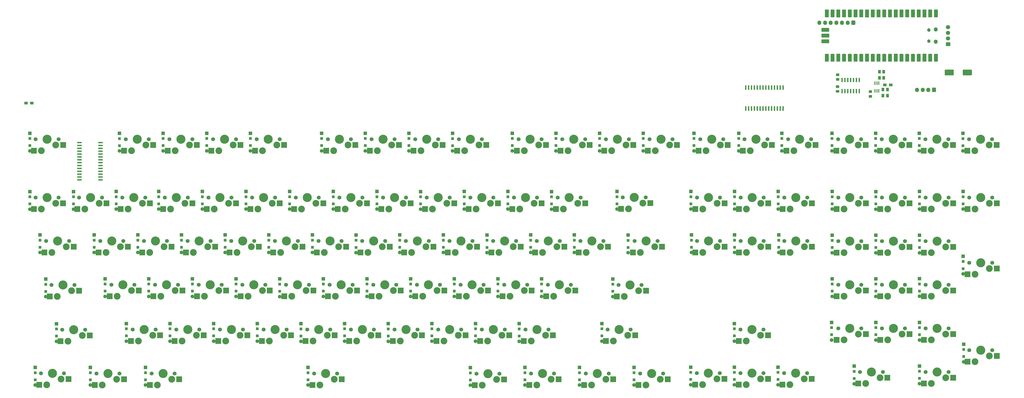
<source format=gbr>
%TF.GenerationSoftware,KiCad,Pcbnew,(5.1.9)-1*%
%TF.CreationDate,2021-04-06T19:39:34+10:00*%
%TF.ProjectId,RedPyKeeb,52656450-794b-4656-9562-2e6b69636164,rev?*%
%TF.SameCoordinates,Original*%
%TF.FileFunction,Soldermask,Bot*%
%TF.FilePolarity,Negative*%
%FSLAX46Y46*%
G04 Gerber Fmt 4.6, Leading zero omitted, Abs format (unit mm)*
G04 Created by KiCad (PCBNEW (5.1.9)-1) date 2021-04-06 19:39:34*
%MOMM*%
%LPD*%
G01*
G04 APERTURE LIST*
%ADD10R,2.550000X2.500000*%
%ADD11C,1.750000*%
%ADD12C,4.000000*%
%ADD13C,3.000000*%
%ADD14O,1.700000X1.950000*%
%ADD15O,1.700000X1.700000*%
%ADD16R,1.700000X1.700000*%
%ADD17R,1.700000X3.500000*%
%ADD18O,1.800000X1.800000*%
%ADD19O,1.500000X1.500000*%
%ADD20R,3.500000X1.700000*%
%ADD21R,1.500000X1.250000*%
%ADD22C,1.600000*%
%ADD23R,1.600000X1.600000*%
%ADD24R,1.200000X1.200000*%
%ADD25O,1.950000X1.700000*%
%ADD26R,0.300000X1.600000*%
%ADD27R,1.300000X1.500000*%
%ADD28R,1.500000X1.300000*%
G04 APERTURE END LIST*
D10*
%TO.C,K12\u002C3*%
X340436200Y-172072300D03*
X353363200Y-169532300D03*
D11*
X341198200Y-166992300D03*
X351358200Y-166992300D03*
D12*
X346278200Y-166992300D03*
D13*
X343738200Y-172072300D03*
X350088200Y-169532300D03*
%TD*%
D10*
%TO.C,K16\u002C1*%
X413740600Y-133388100D03*
X426667600Y-130848100D03*
D11*
X414502600Y-128308100D03*
X424662600Y-128308100D03*
D12*
X419582600Y-128308100D03*
D13*
X417042600Y-133388100D03*
X423392600Y-130848100D03*
%TD*%
D10*
%TO.C,K14\u002C1*%
X375132600Y-133388100D03*
X388059600Y-130848100D03*
D11*
X375894600Y-128308100D03*
X386054600Y-128308100D03*
D12*
X380974600Y-128308100D03*
D13*
X378434600Y-133388100D03*
X384784600Y-130848100D03*
%TD*%
D10*
%TO.C,K3\u002C2*%
X149809200Y-152628600D03*
X162736200Y-150088600D03*
D11*
X150571200Y-147548600D03*
X160731200Y-147548600D03*
D12*
X155651200Y-147548600D03*
D13*
X153111200Y-152628600D03*
X159461200Y-150088600D03*
%TD*%
D10*
%TO.C,K8\u002C0*%
X269760700Y-107607100D03*
X282687700Y-105067100D03*
D11*
X270522700Y-102527100D03*
X280682700Y-102527100D03*
D12*
X275602700Y-102527100D03*
D13*
X273062700Y-107607100D03*
X279412700Y-105067100D03*
%TD*%
D14*
%TO.C,J2*%
X430008000Y-50927000D03*
X432508000Y-50927000D03*
X435008000Y-50927000D03*
X437508000Y-50927000D03*
X440008000Y-50927000D03*
X442508000Y-50927000D03*
G36*
G01*
X445858000Y-50202000D02*
X445858000Y-51652000D01*
G75*
G02*
X445608000Y-51902000I-250000J0D01*
G01*
X444408000Y-51902000D01*
G75*
G02*
X444158000Y-51652000I0J250000D01*
G01*
X444158000Y-50202000D01*
G75*
G02*
X444408000Y-49952000I250000J0D01*
G01*
X445608000Y-49952000D01*
G75*
G02*
X445858000Y-50202000I0J-250000D01*
G01*
G37*
%TD*%
D15*
%TO.C,U0*%
X481557000Y-65509500D03*
X479017000Y-65509500D03*
D16*
X476477000Y-65509500D03*
D15*
X473937000Y-65509500D03*
X471397000Y-65509500D03*
X468857000Y-65509500D03*
X466317000Y-65509500D03*
D16*
X463777000Y-65509500D03*
D15*
X461237000Y-65509500D03*
X458697000Y-65509500D03*
X456157000Y-65509500D03*
X453617000Y-65509500D03*
D16*
X451077000Y-65509500D03*
D15*
X448537000Y-65509500D03*
X445997000Y-65509500D03*
X443457000Y-65509500D03*
X440917000Y-65509500D03*
D16*
X438377000Y-65509500D03*
D15*
X435837000Y-65509500D03*
X433297000Y-65509500D03*
X433297000Y-47729500D03*
X435837000Y-47729500D03*
D16*
X438377000Y-47729500D03*
D15*
X440917000Y-47729500D03*
X443457000Y-47729500D03*
X445997000Y-47729500D03*
X448537000Y-47729500D03*
D16*
X451077000Y-47729500D03*
D15*
X453617000Y-47729500D03*
X456157000Y-47729500D03*
X458697000Y-47729500D03*
X461237000Y-47729500D03*
D16*
X463777000Y-47729500D03*
D15*
X466317000Y-47729500D03*
X468857000Y-47729500D03*
X471397000Y-47729500D03*
X473937000Y-47729500D03*
D16*
X476477000Y-47729500D03*
D15*
X479017000Y-47729500D03*
X481557000Y-47729500D03*
D17*
X481557000Y-66409500D03*
X479017000Y-66409500D03*
X476477000Y-66409500D03*
X473937000Y-66409500D03*
X471397000Y-66409500D03*
X468857000Y-66409500D03*
X466317000Y-66409500D03*
X463777000Y-66409500D03*
X461237000Y-66409500D03*
X458697000Y-66409500D03*
X456157000Y-66409500D03*
X453617000Y-66409500D03*
X451077000Y-66409500D03*
X448537000Y-66409500D03*
X445997000Y-66409500D03*
X443457000Y-66409500D03*
X440917000Y-66409500D03*
X438377000Y-66409500D03*
X435837000Y-66409500D03*
X433297000Y-66409500D03*
X481557000Y-46829500D03*
X479017000Y-46829500D03*
X476477000Y-46829500D03*
X473937000Y-46829500D03*
X471397000Y-46829500D03*
X468857000Y-46829500D03*
X466317000Y-46829500D03*
X463777000Y-46829500D03*
X461237000Y-46829500D03*
X458697000Y-46829500D03*
X456157000Y-46829500D03*
X453617000Y-46829500D03*
X451077000Y-46829500D03*
X448537000Y-46829500D03*
X445997000Y-46829500D03*
X443457000Y-46829500D03*
X440917000Y-46829500D03*
X438377000Y-46829500D03*
X435837000Y-46829500D03*
X433297000Y-46829500D03*
D18*
X481427000Y-59344500D03*
X481427000Y-53894500D03*
D19*
X478397000Y-59044500D03*
X478397000Y-54194500D03*
D20*
X432627000Y-59159500D03*
D15*
X433527000Y-59159500D03*
D20*
X432627000Y-56619500D03*
D16*
X433527000Y-56619500D03*
D20*
X432627000Y-54079500D03*
D15*
X433527000Y-54079500D03*
%TD*%
D21*
%TO.C,C3*%
X79141000Y-86487000D03*
X81641000Y-86487000D03*
%TD*%
D10*
%TO.C,K0\u002C2*%
X87261700Y-152603200D03*
X100188700Y-150063200D03*
D11*
X88023700Y-147523200D03*
X98183700Y-147523200D03*
D12*
X93103700Y-147523200D03*
D13*
X90563700Y-152603200D03*
X96913700Y-150063200D03*
%TD*%
D10*
%TO.C,K18\u002C4*%
X476224600Y-171996100D03*
X489151600Y-169456100D03*
D11*
X476986600Y-166916100D03*
X487146600Y-166916100D03*
D12*
X482066600Y-166916100D03*
D13*
X479526600Y-171996100D03*
X485876600Y-169456100D03*
%TD*%
D10*
%TO.C,K10\u002C3*%
X289826700Y-172059600D03*
X302753700Y-169519600D03*
D11*
X290588700Y-166979600D03*
X300748700Y-166979600D03*
D12*
X295668700Y-166979600D03*
D13*
X293128700Y-172059600D03*
X299478700Y-169519600D03*
%TD*%
D10*
%TO.C,K13\u002C1*%
X342277700Y-133337300D03*
X355204700Y-130797300D03*
D11*
X343039700Y-128257300D03*
X353199700Y-128257300D03*
D12*
X348119700Y-128257300D03*
D13*
X345579700Y-133337300D03*
X351929700Y-130797300D03*
%TD*%
D10*
%TO.C,K19\u002C4*%
X495528600Y-162280600D03*
X508455600Y-159740600D03*
D11*
X496290600Y-157200600D03*
X506450600Y-157200600D03*
D12*
X501370600Y-157200600D03*
D13*
X498830600Y-162280600D03*
X505180600Y-159740600D03*
%TD*%
%TO.C,U2*%
G36*
G01*
X397296500Y-87902200D02*
X397596500Y-87902200D01*
G75*
G02*
X397746500Y-88052200I0J-150000D01*
G01*
X397746500Y-89802200D01*
G75*
G02*
X397596500Y-89952200I-150000J0D01*
G01*
X397296500Y-89952200D01*
G75*
G02*
X397146500Y-89802200I0J150000D01*
G01*
X397146500Y-88052200D01*
G75*
G02*
X397296500Y-87902200I150000J0D01*
G01*
G37*
G36*
G01*
X398566500Y-87902200D02*
X398866500Y-87902200D01*
G75*
G02*
X399016500Y-88052200I0J-150000D01*
G01*
X399016500Y-89802200D01*
G75*
G02*
X398866500Y-89952200I-150000J0D01*
G01*
X398566500Y-89952200D01*
G75*
G02*
X398416500Y-89802200I0J150000D01*
G01*
X398416500Y-88052200D01*
G75*
G02*
X398566500Y-87902200I150000J0D01*
G01*
G37*
G36*
G01*
X399836500Y-87902200D02*
X400136500Y-87902200D01*
G75*
G02*
X400286500Y-88052200I0J-150000D01*
G01*
X400286500Y-89802200D01*
G75*
G02*
X400136500Y-89952200I-150000J0D01*
G01*
X399836500Y-89952200D01*
G75*
G02*
X399686500Y-89802200I0J150000D01*
G01*
X399686500Y-88052200D01*
G75*
G02*
X399836500Y-87902200I150000J0D01*
G01*
G37*
G36*
G01*
X401106500Y-87902200D02*
X401406500Y-87902200D01*
G75*
G02*
X401556500Y-88052200I0J-150000D01*
G01*
X401556500Y-89802200D01*
G75*
G02*
X401406500Y-89952200I-150000J0D01*
G01*
X401106500Y-89952200D01*
G75*
G02*
X400956500Y-89802200I0J150000D01*
G01*
X400956500Y-88052200D01*
G75*
G02*
X401106500Y-87902200I150000J0D01*
G01*
G37*
G36*
G01*
X402376500Y-87902200D02*
X402676500Y-87902200D01*
G75*
G02*
X402826500Y-88052200I0J-150000D01*
G01*
X402826500Y-89802200D01*
G75*
G02*
X402676500Y-89952200I-150000J0D01*
G01*
X402376500Y-89952200D01*
G75*
G02*
X402226500Y-89802200I0J150000D01*
G01*
X402226500Y-88052200D01*
G75*
G02*
X402376500Y-87902200I150000J0D01*
G01*
G37*
G36*
G01*
X403646500Y-87902200D02*
X403946500Y-87902200D01*
G75*
G02*
X404096500Y-88052200I0J-150000D01*
G01*
X404096500Y-89802200D01*
G75*
G02*
X403946500Y-89952200I-150000J0D01*
G01*
X403646500Y-89952200D01*
G75*
G02*
X403496500Y-89802200I0J150000D01*
G01*
X403496500Y-88052200D01*
G75*
G02*
X403646500Y-87902200I150000J0D01*
G01*
G37*
G36*
G01*
X404916500Y-87902200D02*
X405216500Y-87902200D01*
G75*
G02*
X405366500Y-88052200I0J-150000D01*
G01*
X405366500Y-89802200D01*
G75*
G02*
X405216500Y-89952200I-150000J0D01*
G01*
X404916500Y-89952200D01*
G75*
G02*
X404766500Y-89802200I0J150000D01*
G01*
X404766500Y-88052200D01*
G75*
G02*
X404916500Y-87902200I150000J0D01*
G01*
G37*
G36*
G01*
X406186500Y-87902200D02*
X406486500Y-87902200D01*
G75*
G02*
X406636500Y-88052200I0J-150000D01*
G01*
X406636500Y-89802200D01*
G75*
G02*
X406486500Y-89952200I-150000J0D01*
G01*
X406186500Y-89952200D01*
G75*
G02*
X406036500Y-89802200I0J150000D01*
G01*
X406036500Y-88052200D01*
G75*
G02*
X406186500Y-87902200I150000J0D01*
G01*
G37*
G36*
G01*
X407456500Y-87902200D02*
X407756500Y-87902200D01*
G75*
G02*
X407906500Y-88052200I0J-150000D01*
G01*
X407906500Y-89802200D01*
G75*
G02*
X407756500Y-89952200I-150000J0D01*
G01*
X407456500Y-89952200D01*
G75*
G02*
X407306500Y-89802200I0J150000D01*
G01*
X407306500Y-88052200D01*
G75*
G02*
X407456500Y-87902200I150000J0D01*
G01*
G37*
G36*
G01*
X408726500Y-87902200D02*
X409026500Y-87902200D01*
G75*
G02*
X409176500Y-88052200I0J-150000D01*
G01*
X409176500Y-89802200D01*
G75*
G02*
X409026500Y-89952200I-150000J0D01*
G01*
X408726500Y-89952200D01*
G75*
G02*
X408576500Y-89802200I0J150000D01*
G01*
X408576500Y-88052200D01*
G75*
G02*
X408726500Y-87902200I150000J0D01*
G01*
G37*
G36*
G01*
X409996500Y-87902200D02*
X410296500Y-87902200D01*
G75*
G02*
X410446500Y-88052200I0J-150000D01*
G01*
X410446500Y-89802200D01*
G75*
G02*
X410296500Y-89952200I-150000J0D01*
G01*
X409996500Y-89952200D01*
G75*
G02*
X409846500Y-89802200I0J150000D01*
G01*
X409846500Y-88052200D01*
G75*
G02*
X409996500Y-87902200I150000J0D01*
G01*
G37*
G36*
G01*
X411266500Y-87902200D02*
X411566500Y-87902200D01*
G75*
G02*
X411716500Y-88052200I0J-150000D01*
G01*
X411716500Y-89802200D01*
G75*
G02*
X411566500Y-89952200I-150000J0D01*
G01*
X411266500Y-89952200D01*
G75*
G02*
X411116500Y-89802200I0J150000D01*
G01*
X411116500Y-88052200D01*
G75*
G02*
X411266500Y-87902200I150000J0D01*
G01*
G37*
G36*
G01*
X412536500Y-87902200D02*
X412836500Y-87902200D01*
G75*
G02*
X412986500Y-88052200I0J-150000D01*
G01*
X412986500Y-89802200D01*
G75*
G02*
X412836500Y-89952200I-150000J0D01*
G01*
X412536500Y-89952200D01*
G75*
G02*
X412386500Y-89802200I0J150000D01*
G01*
X412386500Y-88052200D01*
G75*
G02*
X412536500Y-87902200I150000J0D01*
G01*
G37*
G36*
G01*
X413806500Y-87902200D02*
X414106500Y-87902200D01*
G75*
G02*
X414256500Y-88052200I0J-150000D01*
G01*
X414256500Y-89802200D01*
G75*
G02*
X414106500Y-89952200I-150000J0D01*
G01*
X413806500Y-89952200D01*
G75*
G02*
X413656500Y-89802200I0J150000D01*
G01*
X413656500Y-88052200D01*
G75*
G02*
X413806500Y-87902200I150000J0D01*
G01*
G37*
G36*
G01*
X413806500Y-78602200D02*
X414106500Y-78602200D01*
G75*
G02*
X414256500Y-78752200I0J-150000D01*
G01*
X414256500Y-80502200D01*
G75*
G02*
X414106500Y-80652200I-150000J0D01*
G01*
X413806500Y-80652200D01*
G75*
G02*
X413656500Y-80502200I0J150000D01*
G01*
X413656500Y-78752200D01*
G75*
G02*
X413806500Y-78602200I150000J0D01*
G01*
G37*
G36*
G01*
X412536500Y-78602200D02*
X412836500Y-78602200D01*
G75*
G02*
X412986500Y-78752200I0J-150000D01*
G01*
X412986500Y-80502200D01*
G75*
G02*
X412836500Y-80652200I-150000J0D01*
G01*
X412536500Y-80652200D01*
G75*
G02*
X412386500Y-80502200I0J150000D01*
G01*
X412386500Y-78752200D01*
G75*
G02*
X412536500Y-78602200I150000J0D01*
G01*
G37*
G36*
G01*
X411266500Y-78602200D02*
X411566500Y-78602200D01*
G75*
G02*
X411716500Y-78752200I0J-150000D01*
G01*
X411716500Y-80502200D01*
G75*
G02*
X411566500Y-80652200I-150000J0D01*
G01*
X411266500Y-80652200D01*
G75*
G02*
X411116500Y-80502200I0J150000D01*
G01*
X411116500Y-78752200D01*
G75*
G02*
X411266500Y-78602200I150000J0D01*
G01*
G37*
G36*
G01*
X409996500Y-78602200D02*
X410296500Y-78602200D01*
G75*
G02*
X410446500Y-78752200I0J-150000D01*
G01*
X410446500Y-80502200D01*
G75*
G02*
X410296500Y-80652200I-150000J0D01*
G01*
X409996500Y-80652200D01*
G75*
G02*
X409846500Y-80502200I0J150000D01*
G01*
X409846500Y-78752200D01*
G75*
G02*
X409996500Y-78602200I150000J0D01*
G01*
G37*
G36*
G01*
X408726500Y-78602200D02*
X409026500Y-78602200D01*
G75*
G02*
X409176500Y-78752200I0J-150000D01*
G01*
X409176500Y-80502200D01*
G75*
G02*
X409026500Y-80652200I-150000J0D01*
G01*
X408726500Y-80652200D01*
G75*
G02*
X408576500Y-80502200I0J150000D01*
G01*
X408576500Y-78752200D01*
G75*
G02*
X408726500Y-78602200I150000J0D01*
G01*
G37*
G36*
G01*
X407456500Y-78602200D02*
X407756500Y-78602200D01*
G75*
G02*
X407906500Y-78752200I0J-150000D01*
G01*
X407906500Y-80502200D01*
G75*
G02*
X407756500Y-80652200I-150000J0D01*
G01*
X407456500Y-80652200D01*
G75*
G02*
X407306500Y-80502200I0J150000D01*
G01*
X407306500Y-78752200D01*
G75*
G02*
X407456500Y-78602200I150000J0D01*
G01*
G37*
G36*
G01*
X406186500Y-78602200D02*
X406486500Y-78602200D01*
G75*
G02*
X406636500Y-78752200I0J-150000D01*
G01*
X406636500Y-80502200D01*
G75*
G02*
X406486500Y-80652200I-150000J0D01*
G01*
X406186500Y-80652200D01*
G75*
G02*
X406036500Y-80502200I0J150000D01*
G01*
X406036500Y-78752200D01*
G75*
G02*
X406186500Y-78602200I150000J0D01*
G01*
G37*
G36*
G01*
X404916500Y-78602200D02*
X405216500Y-78602200D01*
G75*
G02*
X405366500Y-78752200I0J-150000D01*
G01*
X405366500Y-80502200D01*
G75*
G02*
X405216500Y-80652200I-150000J0D01*
G01*
X404916500Y-80652200D01*
G75*
G02*
X404766500Y-80502200I0J150000D01*
G01*
X404766500Y-78752200D01*
G75*
G02*
X404916500Y-78602200I150000J0D01*
G01*
G37*
G36*
G01*
X403646500Y-78602200D02*
X403946500Y-78602200D01*
G75*
G02*
X404096500Y-78752200I0J-150000D01*
G01*
X404096500Y-80502200D01*
G75*
G02*
X403946500Y-80652200I-150000J0D01*
G01*
X403646500Y-80652200D01*
G75*
G02*
X403496500Y-80502200I0J150000D01*
G01*
X403496500Y-78752200D01*
G75*
G02*
X403646500Y-78602200I150000J0D01*
G01*
G37*
G36*
G01*
X402376500Y-78602200D02*
X402676500Y-78602200D01*
G75*
G02*
X402826500Y-78752200I0J-150000D01*
G01*
X402826500Y-80502200D01*
G75*
G02*
X402676500Y-80652200I-150000J0D01*
G01*
X402376500Y-80652200D01*
G75*
G02*
X402226500Y-80502200I0J150000D01*
G01*
X402226500Y-78752200D01*
G75*
G02*
X402376500Y-78602200I150000J0D01*
G01*
G37*
G36*
G01*
X401106500Y-78602200D02*
X401406500Y-78602200D01*
G75*
G02*
X401556500Y-78752200I0J-150000D01*
G01*
X401556500Y-80502200D01*
G75*
G02*
X401406500Y-80652200I-150000J0D01*
G01*
X401106500Y-80652200D01*
G75*
G02*
X400956500Y-80502200I0J150000D01*
G01*
X400956500Y-78752200D01*
G75*
G02*
X401106500Y-78602200I150000J0D01*
G01*
G37*
G36*
G01*
X399836500Y-78602200D02*
X400136500Y-78602200D01*
G75*
G02*
X400286500Y-78752200I0J-150000D01*
G01*
X400286500Y-80502200D01*
G75*
G02*
X400136500Y-80652200I-150000J0D01*
G01*
X399836500Y-80652200D01*
G75*
G02*
X399686500Y-80502200I0J150000D01*
G01*
X399686500Y-78752200D01*
G75*
G02*
X399836500Y-78602200I150000J0D01*
G01*
G37*
G36*
G01*
X398566500Y-78602200D02*
X398866500Y-78602200D01*
G75*
G02*
X399016500Y-78752200I0J-150000D01*
G01*
X399016500Y-80502200D01*
G75*
G02*
X398866500Y-80652200I-150000J0D01*
G01*
X398566500Y-80652200D01*
G75*
G02*
X398416500Y-80502200I0J150000D01*
G01*
X398416500Y-78752200D01*
G75*
G02*
X398566500Y-78602200I150000J0D01*
G01*
G37*
G36*
G01*
X397296500Y-78602200D02*
X397596500Y-78602200D01*
G75*
G02*
X397746500Y-78752200I0J-150000D01*
G01*
X397746500Y-80502200D01*
G75*
G02*
X397596500Y-80652200I-150000J0D01*
G01*
X397296500Y-80652200D01*
G75*
G02*
X397146500Y-80502200I0J150000D01*
G01*
X397146500Y-78752200D01*
G75*
G02*
X397296500Y-78602200I150000J0D01*
G01*
G37*
%TD*%
D10*
%TO.C,K11\u002C4*%
X335610200Y-191820800D03*
X348537200Y-189280800D03*
D11*
X336372200Y-186740800D03*
X346532200Y-186740800D03*
D12*
X341452200Y-186740800D03*
D13*
X338912200Y-191820800D03*
X345262200Y-189280800D03*
%TD*%
%TO.C,C6*%
G36*
G01*
X493426500Y-73961500D02*
X493426500Y-71961500D01*
G75*
G02*
X493676500Y-71711500I250000J0D01*
G01*
X497176500Y-71711500D01*
G75*
G02*
X497426500Y-71961500I0J-250000D01*
G01*
X497426500Y-73961500D01*
G75*
G02*
X497176500Y-74211500I-250000J0D01*
G01*
X493676500Y-74211500D01*
G75*
G02*
X493426500Y-73961500I0J250000D01*
G01*
G37*
G36*
G01*
X485426500Y-73961500D02*
X485426500Y-71961500D01*
G75*
G02*
X485676500Y-71711500I250000J0D01*
G01*
X489176500Y-71711500D01*
G75*
G02*
X489426500Y-71961500I0J-250000D01*
G01*
X489426500Y-73961500D01*
G75*
G02*
X489176500Y-74211500I-250000J0D01*
G01*
X485676500Y-74211500D01*
G75*
G02*
X485426500Y-73961500I0J250000D01*
G01*
G37*
%TD*%
D22*
%TO.C,D0\u002C3*%
X87833200Y-172225800D03*
D23*
X87833200Y-164425800D03*
D24*
X87833200Y-166750800D03*
X87833200Y-169900800D03*
%TD*%
D22*
%TO.C,D0\u002C5*%
X83197700Y-211341800D03*
D23*
X83197700Y-203541800D03*
D24*
X83197700Y-205866800D03*
X83197700Y-209016800D03*
%TD*%
D22*
%TO.C,D0\u002C4*%
X92595700Y-191974300D03*
D23*
X92595700Y-184174300D03*
D24*
X92595700Y-186499300D03*
X92595700Y-189649300D03*
%TD*%
D22*
%TO.C,D0\u002C0*%
X80848200Y-107646300D03*
D23*
X80848200Y-99846300D03*
D24*
X80848200Y-102171300D03*
X80848200Y-105321300D03*
%TD*%
D22*
%TO.C,D0\u002C2*%
X85293200Y-152667800D03*
D23*
X85293200Y-144867800D03*
D24*
X85293200Y-147192800D03*
X85293200Y-150342800D03*
%TD*%
D22*
%TO.C,D0\u002C1*%
X80784700Y-133490800D03*
D23*
X80784700Y-125690800D03*
D24*
X80784700Y-128015800D03*
X80784700Y-131165800D03*
%TD*%
D22*
%TO.C,D1\u002C3*%
X114122200Y-172098800D03*
D23*
X114122200Y-164298800D03*
D24*
X114122200Y-166623800D03*
X114122200Y-169773800D03*
%TD*%
D22*
%TO.C,D1\u002C0*%
X120472200Y-107697100D03*
D23*
X120472200Y-99897100D03*
D24*
X120472200Y-102222100D03*
X120472200Y-105372100D03*
%TD*%
D22*
%TO.C,D1\u002C4*%
X123520200Y-191910800D03*
D23*
X123520200Y-184110800D03*
D24*
X123520200Y-186435800D03*
X123520200Y-189585800D03*
%TD*%
D22*
%TO.C,D1\u002C5*%
X107581700Y-211341800D03*
D23*
X107581700Y-203541800D03*
D24*
X107581700Y-205866800D03*
X107581700Y-209016800D03*
%TD*%
D22*
%TO.C,D1\u002C1*%
X100088700Y-133490800D03*
D23*
X100088700Y-125690800D03*
D24*
X100088700Y-128015800D03*
X100088700Y-131165800D03*
%TD*%
D22*
%TO.C,D1\u002C2*%
X109232700Y-152667800D03*
D23*
X109232700Y-144867800D03*
D24*
X109232700Y-147192800D03*
X109232700Y-150342800D03*
%TD*%
D22*
%TO.C,D2\u002C4*%
X142824200Y-191910800D03*
D23*
X142824200Y-184110800D03*
D24*
X142824200Y-186435800D03*
X142824200Y-189585800D03*
%TD*%
D22*
%TO.C,D2\u002C5*%
X131965700Y-211341800D03*
D23*
X131965700Y-203541800D03*
D24*
X131965700Y-205866800D03*
X131965700Y-209016800D03*
%TD*%
D22*
%TO.C,D2\u002C0*%
X139776200Y-107646300D03*
D23*
X139776200Y-99846300D03*
D24*
X139776200Y-102171300D03*
X139776200Y-105321300D03*
%TD*%
D22*
%TO.C,D2\u002C2*%
X128536700Y-152667800D03*
D23*
X128536700Y-144867800D03*
D24*
X128536700Y-147192800D03*
X128536700Y-150342800D03*
%TD*%
D22*
%TO.C,D2\u002C1*%
X119011700Y-133427300D03*
D23*
X119011700Y-125627300D03*
D24*
X119011700Y-127952300D03*
X119011700Y-131102300D03*
%TD*%
D22*
%TO.C,D2\u002C3*%
X133426200Y-172098800D03*
D23*
X133426200Y-164298800D03*
D24*
X133426200Y-166623800D03*
X133426200Y-169773800D03*
%TD*%
D22*
%TO.C,D3\u002C0*%
X159080200Y-107646300D03*
D23*
X159080200Y-99846300D03*
D24*
X159080200Y-102171300D03*
X159080200Y-105321300D03*
%TD*%
D22*
%TO.C,D3\u002C1*%
X137807700Y-133427300D03*
D23*
X137807700Y-125627300D03*
D24*
X137807700Y-127952300D03*
X137807700Y-131102300D03*
%TD*%
D22*
%TO.C,D3\u002C4*%
X162128200Y-191910800D03*
D23*
X162128200Y-184110800D03*
D24*
X162128200Y-186435800D03*
X162128200Y-189585800D03*
%TD*%
D22*
%TO.C,D3\u002C2*%
X147840700Y-152667800D03*
D23*
X147840700Y-144867800D03*
D24*
X147840700Y-147192800D03*
X147840700Y-150342800D03*
%TD*%
D22*
%TO.C,D3\u002C5*%
X203847700Y-211341800D03*
D23*
X203847700Y-203541800D03*
D24*
X203847700Y-205866800D03*
X203847700Y-209016800D03*
%TD*%
D22*
%TO.C,D3\u002C3*%
X152730200Y-172098800D03*
D23*
X152730200Y-164298800D03*
D24*
X152730200Y-166623800D03*
X152730200Y-169773800D03*
%TD*%
D22*
%TO.C,D4\u002C4*%
X181432200Y-191910800D03*
D23*
X181432200Y-184110800D03*
D24*
X181432200Y-186435800D03*
X181432200Y-189585800D03*
%TD*%
D22*
%TO.C,D4\u002C3*%
X172034200Y-172098800D03*
D23*
X172034200Y-164298800D03*
D24*
X172034200Y-166623800D03*
X172034200Y-169773800D03*
%TD*%
D22*
%TO.C,D4\u002C1*%
X157111700Y-133427300D03*
D23*
X157111700Y-125627300D03*
D24*
X157111700Y-127952300D03*
X157111700Y-131102300D03*
%TD*%
D22*
%TO.C,D4\u002C0*%
X178384200Y-107646300D03*
D23*
X178384200Y-99846300D03*
D24*
X178384200Y-102171300D03*
X178384200Y-105321300D03*
%TD*%
D22*
%TO.C,D4\u002C2*%
X167144700Y-152667800D03*
D23*
X167144700Y-144867800D03*
D24*
X167144700Y-147192800D03*
X167144700Y-150342800D03*
%TD*%
D22*
%TO.C,D5\u002C0*%
X209880200Y-107646300D03*
D23*
X209880200Y-99846300D03*
D24*
X209880200Y-102171300D03*
X209880200Y-105321300D03*
%TD*%
D22*
%TO.C,D5\u002C2*%
X186448700Y-152667800D03*
D23*
X186448700Y-144867800D03*
D24*
X186448700Y-147192800D03*
X186448700Y-150342800D03*
%TD*%
D22*
%TO.C,D5\u002C1*%
X176415700Y-133427300D03*
D23*
X176415700Y-125627300D03*
D24*
X176415700Y-127952300D03*
X176415700Y-131102300D03*
%TD*%
D22*
%TO.C,D5\u002C3*%
X191338200Y-172149600D03*
D23*
X191338200Y-164349600D03*
D24*
X191338200Y-166674600D03*
X191338200Y-169824600D03*
%TD*%
D22*
%TO.C,D5\u002C4*%
X200736200Y-191961600D03*
D23*
X200736200Y-184161600D03*
D24*
X200736200Y-186486600D03*
X200736200Y-189636600D03*
%TD*%
D22*
%TO.C,D6\u002C0*%
X229184200Y-107646300D03*
D23*
X229184200Y-99846300D03*
D24*
X229184200Y-102171300D03*
X229184200Y-105321300D03*
%TD*%
D22*
%TO.C,D6\u002C3*%
X210642200Y-172098800D03*
D23*
X210642200Y-164298800D03*
D24*
X210642200Y-166623800D03*
X210642200Y-169773800D03*
%TD*%
D22*
%TO.C,D6\u002C4*%
X220040200Y-191910800D03*
D23*
X220040200Y-184110800D03*
D24*
X220040200Y-186435800D03*
X220040200Y-189585800D03*
%TD*%
D22*
%TO.C,D6\u002C1*%
X195719700Y-133427300D03*
D23*
X195719700Y-125627300D03*
D24*
X195719700Y-127952300D03*
X195719700Y-131102300D03*
%TD*%
D22*
%TO.C,D6\u002C2*%
X205752700Y-152667800D03*
D23*
X205752700Y-144867800D03*
D24*
X205752700Y-147192800D03*
X205752700Y-150342800D03*
%TD*%
D22*
%TO.C,D7\u002C4*%
X239344200Y-191961600D03*
D23*
X239344200Y-184161600D03*
D24*
X239344200Y-186486600D03*
X239344200Y-189636600D03*
%TD*%
D22*
%TO.C,D7\u002C2*%
X225056700Y-152718600D03*
D23*
X225056700Y-144918600D03*
D24*
X225056700Y-147243600D03*
X225056700Y-150393600D03*
%TD*%
D22*
%TO.C,D7\u002C1*%
X215023700Y-133427300D03*
D23*
X215023700Y-125627300D03*
D24*
X215023700Y-127952300D03*
X215023700Y-131102300D03*
%TD*%
D22*
%TO.C,D7\u002C0*%
X248488200Y-107646300D03*
D23*
X248488200Y-99846300D03*
D24*
X248488200Y-102171300D03*
X248488200Y-105321300D03*
%TD*%
D22*
%TO.C,D7\u002C3*%
X229946200Y-172098800D03*
D23*
X229946200Y-164298800D03*
D24*
X229946200Y-166623800D03*
X229946200Y-169773800D03*
%TD*%
D22*
%TO.C,D8\u002C0*%
X267792200Y-107697100D03*
D23*
X267792200Y-99897100D03*
D24*
X267792200Y-102222100D03*
X267792200Y-105372100D03*
%TD*%
D22*
%TO.C,D8\u002C3*%
X249250200Y-172098800D03*
D23*
X249250200Y-164298800D03*
D24*
X249250200Y-166623800D03*
X249250200Y-169773800D03*
%TD*%
D22*
%TO.C,D8\u002C1*%
X234327700Y-133427300D03*
D23*
X234327700Y-125627300D03*
D24*
X234327700Y-127952300D03*
X234327700Y-131102300D03*
%TD*%
D22*
%TO.C,D8\u002C2*%
X244360700Y-152667800D03*
D23*
X244360700Y-144867800D03*
D24*
X244360700Y-147192800D03*
X244360700Y-150342800D03*
%TD*%
D22*
%TO.C,D8\u002C5*%
X275602700Y-211405300D03*
D23*
X275602700Y-203605300D03*
D24*
X275602700Y-205930300D03*
X275602700Y-209080300D03*
%TD*%
D22*
%TO.C,D8\u002C4*%
X258648200Y-191910800D03*
D23*
X258648200Y-184110800D03*
D24*
X258648200Y-186435800D03*
X258648200Y-189585800D03*
%TD*%
D22*
%TO.C,D9\u002C2*%
X263664700Y-152667800D03*
D23*
X263664700Y-144867800D03*
D24*
X263664700Y-147192800D03*
X263664700Y-150342800D03*
%TD*%
D22*
%TO.C,D9\u002C1*%
X253631700Y-133478100D03*
D23*
X253631700Y-125678100D03*
D24*
X253631700Y-128003100D03*
X253631700Y-131153100D03*
%TD*%
D22*
%TO.C,D9\u002C3*%
X268554200Y-172098800D03*
D23*
X268554200Y-164298800D03*
D24*
X268554200Y-166623800D03*
X268554200Y-169773800D03*
%TD*%
D22*
%TO.C,D9\u002C4*%
X277952200Y-191910800D03*
D23*
X277952200Y-184110800D03*
D24*
X277952200Y-186435800D03*
X277952200Y-189585800D03*
%TD*%
D22*
%TO.C,D9\u002C5*%
X299732700Y-211341800D03*
D23*
X299732700Y-203541800D03*
D24*
X299732700Y-205866800D03*
X299732700Y-209016800D03*
%TD*%
D22*
%TO.C,D9\u002C0*%
X294208200Y-107646300D03*
D23*
X294208200Y-99846300D03*
D24*
X294208200Y-102171300D03*
X294208200Y-105321300D03*
%TD*%
D22*
%TO.C,D10\u002C4*%
X297256200Y-191961600D03*
D23*
X297256200Y-184161600D03*
D24*
X297256200Y-186486600D03*
X297256200Y-189636600D03*
%TD*%
D22*
%TO.C,D10\u002C5*%
X323926200Y-211341800D03*
D23*
X323926200Y-203541800D03*
D24*
X323926200Y-205866800D03*
X323926200Y-209016800D03*
%TD*%
D22*
%TO.C,D10\u002C1*%
X272935700Y-133427300D03*
D23*
X272935700Y-125627300D03*
D24*
X272935700Y-127952300D03*
X272935700Y-131102300D03*
%TD*%
D22*
%TO.C,D10\u002C0*%
X313512200Y-107646300D03*
D23*
X313512200Y-99846300D03*
D24*
X313512200Y-102171300D03*
X313512200Y-105321300D03*
%TD*%
D22*
%TO.C,D10\u002C2*%
X282968700Y-152718600D03*
D23*
X282968700Y-144918600D03*
D24*
X282968700Y-147243600D03*
X282968700Y-150393600D03*
%TD*%
D22*
%TO.C,D10\u002C3*%
X287858200Y-172098800D03*
D23*
X287858200Y-164298800D03*
D24*
X287858200Y-166623800D03*
X287858200Y-169773800D03*
%TD*%
D22*
%TO.C,D11\u002C0*%
X332816200Y-107646300D03*
D23*
X332816200Y-99846300D03*
D24*
X332816200Y-102171300D03*
X332816200Y-105321300D03*
%TD*%
D22*
%TO.C,D11\u002C1*%
X292239700Y-133427300D03*
D23*
X292239700Y-125627300D03*
D24*
X292239700Y-127952300D03*
X292239700Y-131102300D03*
%TD*%
D22*
%TO.C,D11\u002C3*%
X307162200Y-172098800D03*
D23*
X307162200Y-164298800D03*
D24*
X307162200Y-166623800D03*
X307162200Y-169773800D03*
%TD*%
D22*
%TO.C,D11\u002C2*%
X302272700Y-152667800D03*
D23*
X302272700Y-144867800D03*
D24*
X302272700Y-147192800D03*
X302272700Y-150342800D03*
%TD*%
D22*
%TO.C,D11\u002C4*%
X333832200Y-191910800D03*
D23*
X333832200Y-184110800D03*
D24*
X333832200Y-186435800D03*
X333832200Y-189585800D03*
%TD*%
D22*
%TO.C,D11\u002C5*%
X347992700Y-211341800D03*
D23*
X347992700Y-203541800D03*
D24*
X347992700Y-205866800D03*
X347992700Y-209016800D03*
%TD*%
D22*
%TO.C,D12\u002C3*%
X338658200Y-172162300D03*
D23*
X338658200Y-164362300D03*
D24*
X338658200Y-166687300D03*
X338658200Y-169837300D03*
%TD*%
D22*
%TO.C,D12\u002C2*%
X321576700Y-152667800D03*
D23*
X321576700Y-144867800D03*
D24*
X321576700Y-147192800D03*
X321576700Y-150342800D03*
%TD*%
D22*
%TO.C,D12\u002C1*%
X311543700Y-133478100D03*
D23*
X311543700Y-125678100D03*
D24*
X311543700Y-128003100D03*
X311543700Y-131153100D03*
%TD*%
D22*
%TO.C,D12\u002C0*%
X352120200Y-107646300D03*
D23*
X352120200Y-99846300D03*
D24*
X352120200Y-102171300D03*
X352120200Y-105321300D03*
%TD*%
D22*
%TO.C,D13\u002C2*%
X345389200Y-152731300D03*
D23*
X345389200Y-144931300D03*
D24*
X345389200Y-147256300D03*
X345389200Y-150406300D03*
%TD*%
D22*
%TO.C,D13\u002C1*%
X340499700Y-133427300D03*
D23*
X340499700Y-125627300D03*
D24*
X340499700Y-127952300D03*
X340499700Y-131102300D03*
%TD*%
D22*
%TO.C,D14\u002C1*%
X373164100Y-133427300D03*
D23*
X373164100Y-125627300D03*
D24*
X373164100Y-127952300D03*
X373164100Y-131102300D03*
%TD*%
D22*
%TO.C,D14\u002C3*%
X373418100Y-152667800D03*
D23*
X373418100Y-144867800D03*
D24*
X373418100Y-147192800D03*
X373418100Y-150342800D03*
%TD*%
D22*
%TO.C,D14\u002C0*%
X374561100Y-107646300D03*
D23*
X374561100Y-99846300D03*
D24*
X374561100Y-102171300D03*
X374561100Y-105321300D03*
%TD*%
D22*
%TO.C,D14\u002C6*%
X373100600Y-211214800D03*
D23*
X373100600Y-203414800D03*
D24*
X373100600Y-205739800D03*
X373100600Y-208889800D03*
%TD*%
D22*
%TO.C,D15\u002C0*%
X394373100Y-107646300D03*
D23*
X394373100Y-99846300D03*
D24*
X394373100Y-102171300D03*
X394373100Y-105321300D03*
%TD*%
D22*
%TO.C,D15\u002C1*%
X392468100Y-133427300D03*
D23*
X392468100Y-125627300D03*
D24*
X392468100Y-127952300D03*
X392468100Y-131102300D03*
%TD*%
D22*
%TO.C,D15\u002C3*%
X392468100Y-152667800D03*
D23*
X392468100Y-144867800D03*
D24*
X392468100Y-147192800D03*
X392468100Y-150342800D03*
%TD*%
D22*
%TO.C,D15\u002C5*%
X392404600Y-191910800D03*
D23*
X392404600Y-184110800D03*
D24*
X392404600Y-186435800D03*
X392404600Y-189585800D03*
%TD*%
D22*
%TO.C,D15\u002C6*%
X392404600Y-211214800D03*
D23*
X392404600Y-203414800D03*
D24*
X392404600Y-205739800D03*
X392404600Y-208889800D03*
%TD*%
D22*
%TO.C,D16\u002C6*%
X411708600Y-211214800D03*
D23*
X411708600Y-203414800D03*
D24*
X411708600Y-205739800D03*
X411708600Y-208889800D03*
%TD*%
D22*
%TO.C,D16\u002C0*%
X413423100Y-107646300D03*
D23*
X413423100Y-99846300D03*
D24*
X413423100Y-102171300D03*
X413423100Y-105321300D03*
%TD*%
D22*
%TO.C,D16\u002C1*%
X411772100Y-133427300D03*
D23*
X411772100Y-125627300D03*
D24*
X411772100Y-127952300D03*
X411772100Y-131102300D03*
%TD*%
D22*
%TO.C,D16\u002C5*%
X435394100Y-191402800D03*
D23*
X435394100Y-183602800D03*
D24*
X435394100Y-185927800D03*
X435394100Y-189077800D03*
%TD*%
D22*
%TO.C,D16\u002C3*%
X412026100Y-152667800D03*
D23*
X412026100Y-144867800D03*
D24*
X412026100Y-147192800D03*
X412026100Y-150342800D03*
%TD*%
D22*
%TO.C,D16\u002C4*%
X435648100Y-172098800D03*
D23*
X435648100Y-164298800D03*
D24*
X435648100Y-166623800D03*
X435648100Y-169773800D03*
%TD*%
D22*
%TO.C,D17\u002C3*%
X435648100Y-152794800D03*
D23*
X435648100Y-144994800D03*
D24*
X435648100Y-147319800D03*
X435648100Y-150469800D03*
%TD*%
D22*
%TO.C,D17\u002C1*%
X435648100Y-133427300D03*
D23*
X435648100Y-125627300D03*
D24*
X435648100Y-127952300D03*
X435648100Y-131102300D03*
%TD*%
D22*
%TO.C,D17\u002C6*%
X445427100Y-210757600D03*
D23*
X445427100Y-202957600D03*
D24*
X445427100Y-205282600D03*
X445427100Y-208432600D03*
%TD*%
D22*
%TO.C,D17\u002C4*%
X454952100Y-172098800D03*
D23*
X454952100Y-164298800D03*
D24*
X454952100Y-166623800D03*
X454952100Y-169773800D03*
%TD*%
D22*
%TO.C,D17\u002C0*%
X435584600Y-107646300D03*
D23*
X435584600Y-99846300D03*
D24*
X435584600Y-102171300D03*
X435584600Y-105321300D03*
%TD*%
D22*
%TO.C,D17\u002C5*%
X454952100Y-191402800D03*
D23*
X454952100Y-183602800D03*
D24*
X454952100Y-185927800D03*
X454952100Y-189077800D03*
%TD*%
D22*
%TO.C,D18\u002C1*%
X454952100Y-133478100D03*
D23*
X454952100Y-125678100D03*
D24*
X454952100Y-128003100D03*
X454952100Y-131153100D03*
%TD*%
D22*
%TO.C,D18\u002C6*%
X474256100Y-210706800D03*
D23*
X474256100Y-202906800D03*
D24*
X474256100Y-205231800D03*
X474256100Y-208381800D03*
%TD*%
D22*
%TO.C,D18\u002C3*%
X454952100Y-152794800D03*
D23*
X454952100Y-144994800D03*
D24*
X454952100Y-147319800D03*
X454952100Y-150469800D03*
%TD*%
D22*
%TO.C,D18\u002C0*%
X454888600Y-107646300D03*
D23*
X454888600Y-99846300D03*
D24*
X454888600Y-102171300D03*
X454888600Y-105321300D03*
%TD*%
D22*
%TO.C,D18\u002C5*%
X474256100Y-191402800D03*
D23*
X474256100Y-183602800D03*
D24*
X474256100Y-185927800D03*
X474256100Y-189077800D03*
%TD*%
D22*
%TO.C,D18\u002C4*%
X474256100Y-172035300D03*
D23*
X474256100Y-164235300D03*
D24*
X474256100Y-166560300D03*
X474256100Y-169710300D03*
%TD*%
D22*
%TO.C,D19\u002C4*%
X493560100Y-162116600D03*
D23*
X493560100Y-154316600D03*
D24*
X493560100Y-156641600D03*
X493560100Y-159791600D03*
%TD*%
D22*
%TO.C,D19\u002C0*%
X474192600Y-107646300D03*
D23*
X474192600Y-99846300D03*
D24*
X474192600Y-102171300D03*
X474192600Y-105321300D03*
%TD*%
D22*
%TO.C,D19\u002C3*%
X474256100Y-152794800D03*
D23*
X474256100Y-144994800D03*
D24*
X474256100Y-147319800D03*
X474256100Y-150469800D03*
%TD*%
D22*
%TO.C,D19\u002C1*%
X474256100Y-133427300D03*
D23*
X474256100Y-125627300D03*
D24*
X474256100Y-127952300D03*
X474256100Y-131102300D03*
%TD*%
D22*
%TO.C,D19\u002C6*%
X493814100Y-201054800D03*
D23*
X493814100Y-193254800D03*
D24*
X493814100Y-195579800D03*
X493814100Y-198729800D03*
%TD*%
D22*
%TO.C,D20\u002C1*%
X493560100Y-133427300D03*
D23*
X493560100Y-125627300D03*
D24*
X493560100Y-127952300D03*
X493560100Y-131102300D03*
%TD*%
D22*
%TO.C,D20\u002C0*%
X493496600Y-107697100D03*
D23*
X493496600Y-99897100D03*
D24*
X493496600Y-102222100D03*
X493496600Y-105372100D03*
%TD*%
D25*
%TO.C,J0*%
X486918000Y-52912000D03*
X486918000Y-55412000D03*
X486918000Y-57912000D03*
G36*
G01*
X487643000Y-61262000D02*
X486193000Y-61262000D01*
G75*
G02*
X485943000Y-61012000I0J250000D01*
G01*
X485943000Y-59812000D01*
G75*
G02*
X486193000Y-59562000I250000J0D01*
G01*
X487643000Y-59562000D01*
G75*
G02*
X487893000Y-59812000I0J-250000D01*
G01*
X487893000Y-61012000D01*
G75*
G02*
X487643000Y-61262000I-250000J0D01*
G01*
G37*
%TD*%
D14*
%TO.C,J1*%
X473195000Y-80645000D03*
X475695000Y-80645000D03*
X478195000Y-80645000D03*
G36*
G01*
X481545000Y-79920000D02*
X481545000Y-81370000D01*
G75*
G02*
X481295000Y-81620000I-250000J0D01*
G01*
X480095000Y-81620000D01*
G75*
G02*
X479845000Y-81370000I0J250000D01*
G01*
X479845000Y-79920000D01*
G75*
G02*
X480095000Y-79670000I250000J0D01*
G01*
X481295000Y-79670000D01*
G75*
G02*
X481545000Y-79920000I0J-250000D01*
G01*
G37*
%TD*%
D10*
%TO.C,K0\u002C0*%
X82626200Y-107556300D03*
X95553200Y-105016300D03*
D11*
X83388200Y-102476300D03*
X93548200Y-102476300D03*
D12*
X88468200Y-102476300D03*
D13*
X85928200Y-107556300D03*
X92278200Y-105016300D03*
%TD*%
D10*
%TO.C,K0\u002C1*%
X82562700Y-133400800D03*
X95489700Y-130860800D03*
D11*
X83324700Y-128320800D03*
X93484700Y-128320800D03*
D12*
X88404700Y-128320800D03*
D13*
X85864700Y-133400800D03*
X92214700Y-130860800D03*
%TD*%
D10*
%TO.C,K0\u002C5*%
X84975700Y-211251800D03*
X97902700Y-208711800D03*
D11*
X85737700Y-206171800D03*
X95897700Y-206171800D03*
D12*
X90817700Y-206171800D03*
D13*
X88277700Y-211251800D03*
X94627700Y-208711800D03*
%TD*%
D10*
%TO.C,K0\u002C4*%
X94373700Y-191884300D03*
X107300700Y-189344300D03*
D11*
X95135700Y-186804300D03*
X105295700Y-186804300D03*
D12*
X100215700Y-186804300D03*
D13*
X97675700Y-191884300D03*
X104025700Y-189344300D03*
%TD*%
D10*
%TO.C,K0\u002C3*%
X89649300Y-172110400D03*
X102576300Y-169570400D03*
D11*
X90411300Y-167030400D03*
X100571300Y-167030400D03*
D12*
X95491300Y-167030400D03*
D13*
X92951300Y-172110400D03*
X99301300Y-169570400D03*
%TD*%
D10*
%TO.C,K1\u002C4*%
X125488700Y-191871600D03*
X138415700Y-189331600D03*
D11*
X126250700Y-186791600D03*
X136410700Y-186791600D03*
D12*
X131330700Y-186791600D03*
D13*
X128790700Y-191871600D03*
X135140700Y-189331600D03*
%TD*%
D10*
%TO.C,K1\u002C5*%
X109550200Y-211302600D03*
X122477200Y-208762600D03*
D11*
X110312200Y-206222600D03*
X120472200Y-206222600D03*
D12*
X115392200Y-206222600D03*
D13*
X112852200Y-211302600D03*
X119202200Y-208762600D03*
%TD*%
D10*
%TO.C,K1\u002C3*%
X116090700Y-172059600D03*
X129017700Y-169519600D03*
D11*
X116852700Y-166979600D03*
X127012700Y-166979600D03*
D12*
X121932700Y-166979600D03*
D13*
X119392700Y-172059600D03*
X125742700Y-169519600D03*
%TD*%
D10*
%TO.C,K1\u002C2*%
X111201200Y-152628600D03*
X124128200Y-150088600D03*
D11*
X111963200Y-147548600D03*
X122123200Y-147548600D03*
D12*
X117043200Y-147548600D03*
D13*
X114503200Y-152628600D03*
X120853200Y-150088600D03*
%TD*%
D10*
%TO.C,K1\u002C1*%
X101777800Y-133400800D03*
X114704800Y-130860800D03*
D11*
X102539800Y-128320800D03*
X112699800Y-128320800D03*
D12*
X107619800Y-128320800D03*
D13*
X105079800Y-133400800D03*
X111429800Y-130860800D03*
%TD*%
D10*
%TO.C,K1\u002C0*%
X122440700Y-107607100D03*
X135367700Y-105067100D03*
D11*
X123202700Y-102527100D03*
X133362700Y-102527100D03*
D12*
X128282700Y-102527100D03*
D13*
X125742700Y-107607100D03*
X132092700Y-105067100D03*
%TD*%
D10*
%TO.C,K2\u002C5*%
X133934200Y-211302600D03*
X146861200Y-208762600D03*
D11*
X134696200Y-206222600D03*
X144856200Y-206222600D03*
D12*
X139776200Y-206222600D03*
D13*
X137236200Y-211302600D03*
X143586200Y-208762600D03*
%TD*%
D10*
%TO.C,K2\u002C3*%
X135394700Y-172059600D03*
X148321700Y-169519600D03*
D11*
X136156700Y-166979600D03*
X146316700Y-166979600D03*
D12*
X141236700Y-166979600D03*
D13*
X138696700Y-172059600D03*
X145046700Y-169519600D03*
%TD*%
D10*
%TO.C,K2\u002C1*%
X120980200Y-133388100D03*
X133907200Y-130848100D03*
D11*
X121742200Y-128308100D03*
X131902200Y-128308100D03*
D12*
X126822200Y-128308100D03*
D13*
X124282200Y-133388100D03*
X130632200Y-130848100D03*
%TD*%
D10*
%TO.C,K2\u002C4*%
X144792700Y-191871600D03*
X157719700Y-189331600D03*
D11*
X145554700Y-186791600D03*
X155714700Y-186791600D03*
D12*
X150634700Y-186791600D03*
D13*
X148094700Y-191871600D03*
X154444700Y-189331600D03*
%TD*%
D10*
%TO.C,K2\u002C2*%
X130505200Y-152628600D03*
X143432200Y-150088600D03*
D11*
X131267200Y-147548600D03*
X141427200Y-147548600D03*
D12*
X136347200Y-147548600D03*
D13*
X133807200Y-152628600D03*
X140157200Y-150088600D03*
%TD*%
D10*
%TO.C,K2\u002C0*%
X141744700Y-107607100D03*
X154671700Y-105067100D03*
D11*
X142506700Y-102527100D03*
X152666700Y-102527100D03*
D12*
X147586700Y-102527100D03*
D13*
X145046700Y-107607100D03*
X151396700Y-105067100D03*
%TD*%
D10*
%TO.C,K3\u002C5*%
X205816200Y-211302600D03*
X218743200Y-208762600D03*
D11*
X206578200Y-206222600D03*
X216738200Y-206222600D03*
D12*
X211658200Y-206222600D03*
D13*
X209118200Y-211302600D03*
X215468200Y-208762600D03*
%TD*%
D10*
%TO.C,K3\u002C4*%
X164096700Y-191871600D03*
X177023700Y-189331600D03*
D11*
X164858700Y-186791600D03*
X175018700Y-186791600D03*
D12*
X169938700Y-186791600D03*
D13*
X167398700Y-191871600D03*
X173748700Y-189331600D03*
%TD*%
D10*
%TO.C,K3\u002C1*%
X139776200Y-133388100D03*
X152703200Y-130848100D03*
D11*
X140538200Y-128308100D03*
X150698200Y-128308100D03*
D12*
X145618200Y-128308100D03*
D13*
X143078200Y-133388100D03*
X149428200Y-130848100D03*
%TD*%
D10*
%TO.C,K3\u002C0*%
X161048700Y-107607100D03*
X173975700Y-105067100D03*
D11*
X161810700Y-102527100D03*
X171970700Y-102527100D03*
D12*
X166890700Y-102527100D03*
D13*
X164350700Y-107607100D03*
X170700700Y-105067100D03*
%TD*%
D10*
%TO.C,K3\u002C3*%
X154698700Y-172059600D03*
X167625700Y-169519600D03*
D11*
X155460700Y-166979600D03*
X165620700Y-166979600D03*
D12*
X160540700Y-166979600D03*
D13*
X158000700Y-172059600D03*
X164350700Y-169519600D03*
%TD*%
D10*
%TO.C,K4\u002C1*%
X159080200Y-133388100D03*
X172007200Y-130848100D03*
D11*
X159842200Y-128308100D03*
X170002200Y-128308100D03*
D12*
X164922200Y-128308100D03*
D13*
X162382200Y-133388100D03*
X168732200Y-130848100D03*
%TD*%
D10*
%TO.C,K4\u002C2*%
X169113200Y-152628600D03*
X182040200Y-150088600D03*
D11*
X169875200Y-147548600D03*
X180035200Y-147548600D03*
D12*
X174955200Y-147548600D03*
D13*
X172415200Y-152628600D03*
X178765200Y-150088600D03*
%TD*%
D10*
%TO.C,K4\u002C3*%
X174002700Y-172059600D03*
X186929700Y-169519600D03*
D11*
X174764700Y-166979600D03*
X184924700Y-166979600D03*
D12*
X179844700Y-166979600D03*
D13*
X177304700Y-172059600D03*
X183654700Y-169519600D03*
%TD*%
D10*
%TO.C,K4\u002C4*%
X183400700Y-191871600D03*
X196327700Y-189331600D03*
D11*
X184162700Y-186791600D03*
X194322700Y-186791600D03*
D12*
X189242700Y-186791600D03*
D13*
X186702700Y-191871600D03*
X193052700Y-189331600D03*
%TD*%
D10*
%TO.C,K4\u002C0*%
X180352700Y-107607100D03*
X193279700Y-105067100D03*
D11*
X181114700Y-102527100D03*
X191274700Y-102527100D03*
D12*
X186194700Y-102527100D03*
D13*
X183654700Y-107607100D03*
X190004700Y-105067100D03*
%TD*%
D10*
%TO.C,K5\u002C0*%
X211848700Y-107607100D03*
X224775700Y-105067100D03*
D11*
X212610700Y-102527100D03*
X222770700Y-102527100D03*
D12*
X217690700Y-102527100D03*
D13*
X215150700Y-107607100D03*
X221500700Y-105067100D03*
%TD*%
D10*
%TO.C,K5\u002C2*%
X188417200Y-152628600D03*
X201344200Y-150088600D03*
D11*
X189179200Y-147548600D03*
X199339200Y-147548600D03*
D12*
X194259200Y-147548600D03*
D13*
X191719200Y-152628600D03*
X198069200Y-150088600D03*
%TD*%
D10*
%TO.C,K5\u002C1*%
X178384200Y-133388100D03*
X191311200Y-130848100D03*
D11*
X179146200Y-128308100D03*
X189306200Y-128308100D03*
D12*
X184226200Y-128308100D03*
D13*
X181686200Y-133388100D03*
X188036200Y-130848100D03*
%TD*%
D10*
%TO.C,K5\u002C3*%
X193306700Y-172059600D03*
X206233700Y-169519600D03*
D11*
X194068700Y-166979600D03*
X204228700Y-166979600D03*
D12*
X199148700Y-166979600D03*
D13*
X196608700Y-172059600D03*
X202958700Y-169519600D03*
%TD*%
D10*
%TO.C,K5\u002C4*%
X202704700Y-191871600D03*
X215631700Y-189331600D03*
D11*
X203466700Y-186791600D03*
X213626700Y-186791600D03*
D12*
X208546700Y-186791600D03*
D13*
X206006700Y-191871600D03*
X212356700Y-189331600D03*
%TD*%
D10*
%TO.C,K6\u002C3*%
X212610700Y-172059600D03*
X225537700Y-169519600D03*
D11*
X213372700Y-166979600D03*
X223532700Y-166979600D03*
D12*
X218452700Y-166979600D03*
D13*
X215912700Y-172059600D03*
X222262700Y-169519600D03*
%TD*%
D10*
%TO.C,K6\u002C4*%
X222008700Y-191871600D03*
X234935700Y-189331600D03*
D11*
X222770700Y-186791600D03*
X232930700Y-186791600D03*
D12*
X227850700Y-186791600D03*
D13*
X225310700Y-191871600D03*
X231660700Y-189331600D03*
%TD*%
D10*
%TO.C,K6\u002C1*%
X197688200Y-133388100D03*
X210615200Y-130848100D03*
D11*
X198450200Y-128308100D03*
X208610200Y-128308100D03*
D12*
X203530200Y-128308100D03*
D13*
X200990200Y-133388100D03*
X207340200Y-130848100D03*
%TD*%
D10*
%TO.C,K6\u002C2*%
X207721200Y-152628600D03*
X220648200Y-150088600D03*
D11*
X208483200Y-147548600D03*
X218643200Y-147548600D03*
D12*
X213563200Y-147548600D03*
D13*
X211023200Y-152628600D03*
X217373200Y-150088600D03*
%TD*%
D10*
%TO.C,K6\u002C0*%
X231152700Y-107607100D03*
X244079700Y-105067100D03*
D11*
X231914700Y-102527100D03*
X242074700Y-102527100D03*
D12*
X236994700Y-102527100D03*
D13*
X234454700Y-107607100D03*
X240804700Y-105067100D03*
%TD*%
D10*
%TO.C,K7\u002C2*%
X227025200Y-152628600D03*
X239952200Y-150088600D03*
D11*
X227787200Y-147548600D03*
X237947200Y-147548600D03*
D12*
X232867200Y-147548600D03*
D13*
X230327200Y-152628600D03*
X236677200Y-150088600D03*
%TD*%
D10*
%TO.C,K7\u002C1*%
X216992200Y-133388100D03*
X229919200Y-130848100D03*
D11*
X217754200Y-128308100D03*
X227914200Y-128308100D03*
D12*
X222834200Y-128308100D03*
D13*
X220294200Y-133388100D03*
X226644200Y-130848100D03*
%TD*%
D10*
%TO.C,K7\u002C3*%
X231914700Y-172059600D03*
X244841700Y-169519600D03*
D11*
X232676700Y-166979600D03*
X242836700Y-166979600D03*
D12*
X237756700Y-166979600D03*
D13*
X235216700Y-172059600D03*
X241566700Y-169519600D03*
%TD*%
D10*
%TO.C,K7\u002C4*%
X241312700Y-191871600D03*
X254239700Y-189331600D03*
D11*
X242074700Y-186791600D03*
X252234700Y-186791600D03*
D12*
X247154700Y-186791600D03*
D13*
X244614700Y-191871600D03*
X250964700Y-189331600D03*
%TD*%
D10*
%TO.C,K7\u002C0*%
X250456700Y-107607100D03*
X263383700Y-105067100D03*
D11*
X251218700Y-102527100D03*
X261378700Y-102527100D03*
D12*
X256298700Y-102527100D03*
D13*
X253758700Y-107607100D03*
X260108700Y-105067100D03*
%TD*%
D10*
%TO.C,K8\u002C1*%
X236296200Y-133388100D03*
X249223200Y-130848100D03*
D11*
X237058200Y-128308100D03*
X247218200Y-128308100D03*
D12*
X242138200Y-128308100D03*
D13*
X239598200Y-133388100D03*
X245948200Y-130848100D03*
%TD*%
D10*
%TO.C,K8\u002C3*%
X251218700Y-172059600D03*
X264145700Y-169519600D03*
D11*
X251980700Y-166979600D03*
X262140700Y-166979600D03*
D12*
X257060700Y-166979600D03*
D13*
X254520700Y-172059600D03*
X260870700Y-169519600D03*
%TD*%
D10*
%TO.C,K8\u002C4*%
X260616700Y-191871600D03*
X273543700Y-189331600D03*
D11*
X261378700Y-186791600D03*
X271538700Y-186791600D03*
D12*
X266458700Y-186791600D03*
D13*
X263918700Y-191871600D03*
X270268700Y-189331600D03*
%TD*%
D10*
%TO.C,K8\u002C5*%
X277571200Y-211366100D03*
X290498200Y-208826100D03*
D11*
X278333200Y-206286100D03*
X288493200Y-206286100D03*
D12*
X283413200Y-206286100D03*
D13*
X280873200Y-211366100D03*
X287223200Y-208826100D03*
%TD*%
D10*
%TO.C,K8\u002C2*%
X246329200Y-152628600D03*
X259256200Y-150088600D03*
D11*
X247091200Y-147548600D03*
X257251200Y-147548600D03*
D12*
X252171200Y-147548600D03*
D13*
X249631200Y-152628600D03*
X255981200Y-150088600D03*
%TD*%
D10*
%TO.C,K9\u002C0*%
X296176700Y-107607100D03*
X309103700Y-105067100D03*
D11*
X296938700Y-102527100D03*
X307098700Y-102527100D03*
D12*
X302018700Y-102527100D03*
D13*
X299478700Y-107607100D03*
X305828700Y-105067100D03*
%TD*%
D10*
%TO.C,K9\u002C5*%
X301701200Y-211302600D03*
X314628200Y-208762600D03*
D11*
X302463200Y-206222600D03*
X312623200Y-206222600D03*
D12*
X307543200Y-206222600D03*
D13*
X305003200Y-211302600D03*
X311353200Y-208762600D03*
%TD*%
D10*
%TO.C,K9\u002C1*%
X255600200Y-133388100D03*
X268527200Y-130848100D03*
D11*
X256362200Y-128308100D03*
X266522200Y-128308100D03*
D12*
X261442200Y-128308100D03*
D13*
X258902200Y-133388100D03*
X265252200Y-130848100D03*
%TD*%
D10*
%TO.C,K9\u002C2*%
X265633200Y-152628600D03*
X278560200Y-150088600D03*
D11*
X266395200Y-147548600D03*
X276555200Y-147548600D03*
D12*
X271475200Y-147548600D03*
D13*
X268935200Y-152628600D03*
X275285200Y-150088600D03*
%TD*%
D10*
%TO.C,K9\u002C4*%
X279920700Y-191871600D03*
X292847700Y-189331600D03*
D11*
X280682700Y-186791600D03*
X290842700Y-186791600D03*
D12*
X285762700Y-186791600D03*
D13*
X283222700Y-191871600D03*
X289572700Y-189331600D03*
%TD*%
D10*
%TO.C,K9\u002C3*%
X270522700Y-172059600D03*
X283449700Y-169519600D03*
D11*
X271284700Y-166979600D03*
X281444700Y-166979600D03*
D12*
X276364700Y-166979600D03*
D13*
X273824700Y-172059600D03*
X280174700Y-169519600D03*
%TD*%
D10*
%TO.C,K10\u002C2*%
X284937200Y-152628600D03*
X297864200Y-150088600D03*
D11*
X285699200Y-147548600D03*
X295859200Y-147548600D03*
D12*
X290779200Y-147548600D03*
D13*
X288239200Y-152628600D03*
X294589200Y-150088600D03*
%TD*%
D10*
%TO.C,K10\u002C0*%
X315480700Y-107607100D03*
X328407700Y-105067100D03*
D11*
X316242700Y-102527100D03*
X326402700Y-102527100D03*
D12*
X321322700Y-102527100D03*
D13*
X318782700Y-107607100D03*
X325132700Y-105067100D03*
%TD*%
D10*
%TO.C,K10\u002C5*%
X325894700Y-211302600D03*
X338821700Y-208762600D03*
D11*
X326656700Y-206222600D03*
X336816700Y-206222600D03*
D12*
X331736700Y-206222600D03*
D13*
X329196700Y-211302600D03*
X335546700Y-208762600D03*
%TD*%
D10*
%TO.C,K10\u002C1*%
X274904200Y-133388100D03*
X287831200Y-130848100D03*
D11*
X275666200Y-128308100D03*
X285826200Y-128308100D03*
D12*
X280746200Y-128308100D03*
D13*
X278206200Y-133388100D03*
X284556200Y-130848100D03*
%TD*%
D10*
%TO.C,K10\u002C4*%
X299224700Y-191871600D03*
X312151700Y-189331600D03*
D11*
X299986700Y-186791600D03*
X310146700Y-186791600D03*
D12*
X305066700Y-186791600D03*
D13*
X302526700Y-191871600D03*
X308876700Y-189331600D03*
%TD*%
D10*
%TO.C,K11\u002C3*%
X309130700Y-172059600D03*
X322057700Y-169519600D03*
D11*
X309892700Y-166979600D03*
X320052700Y-166979600D03*
D12*
X314972700Y-166979600D03*
D13*
X312432700Y-172059600D03*
X318782700Y-169519600D03*
%TD*%
D10*
%TO.C,K11\u002C2*%
X304241200Y-152628600D03*
X317168200Y-150088600D03*
D11*
X305003200Y-147548600D03*
X315163200Y-147548600D03*
D12*
X310083200Y-147548600D03*
D13*
X307543200Y-152628600D03*
X313893200Y-150088600D03*
%TD*%
D10*
%TO.C,K11\u002C5*%
X349961200Y-211302600D03*
X362888200Y-208762600D03*
D11*
X350723200Y-206222600D03*
X360883200Y-206222600D03*
D12*
X355803200Y-206222600D03*
D13*
X353263200Y-211302600D03*
X359613200Y-208762600D03*
%TD*%
D10*
%TO.C,K11\u002C1*%
X294208200Y-133388100D03*
X307135200Y-130848100D03*
D11*
X294970200Y-128308100D03*
X305130200Y-128308100D03*
D12*
X300050200Y-128308100D03*
D13*
X297510200Y-133388100D03*
X303860200Y-130848100D03*
%TD*%
D10*
%TO.C,K11\u002C0*%
X334784700Y-107607100D03*
X347711700Y-105067100D03*
D11*
X335546700Y-102527100D03*
X345706700Y-102527100D03*
D12*
X340626700Y-102527100D03*
D13*
X338086700Y-107607100D03*
X344436700Y-105067100D03*
%TD*%
D10*
%TO.C,K12\u002C2*%
X323545200Y-152628600D03*
X336472200Y-150088600D03*
D11*
X324307200Y-147548600D03*
X334467200Y-147548600D03*
D12*
X329387200Y-147548600D03*
D13*
X326847200Y-152628600D03*
X333197200Y-150088600D03*
%TD*%
D10*
%TO.C,K12\u002C0*%
X354088700Y-107607100D03*
X367015700Y-105067100D03*
D11*
X354850700Y-102527100D03*
X365010700Y-102527100D03*
D12*
X359930700Y-102527100D03*
D13*
X357390700Y-107607100D03*
X363740700Y-105067100D03*
%TD*%
D10*
%TO.C,K12\u002C1*%
X313512200Y-133388100D03*
X326439200Y-130848100D03*
D11*
X314274200Y-128308100D03*
X324434200Y-128308100D03*
D12*
X319354200Y-128308100D03*
D13*
X316814200Y-133388100D03*
X323164200Y-130848100D03*
%TD*%
D10*
%TO.C,K13\u002C2*%
X347484700Y-152641300D03*
X360411700Y-150101300D03*
D11*
X348246700Y-147561300D03*
X358406700Y-147561300D03*
D12*
X353326700Y-147561300D03*
D13*
X350786700Y-152641300D03*
X357136700Y-150101300D03*
%TD*%
D10*
%TO.C,K14\u002C6*%
X375069100Y-211175600D03*
X387996100Y-208635600D03*
D11*
X375831100Y-206095600D03*
X385991100Y-206095600D03*
D12*
X380911100Y-206095600D03*
D13*
X378371100Y-211175600D03*
X384721100Y-208635600D03*
%TD*%
D10*
%TO.C,K14\u002C3*%
X375132600Y-152628600D03*
X388059600Y-150088600D03*
D11*
X375894600Y-147548600D03*
X386054600Y-147548600D03*
D12*
X380974600Y-147548600D03*
D13*
X378434600Y-152628600D03*
X384784600Y-150088600D03*
%TD*%
D10*
%TO.C,K14\u002C0*%
X376529600Y-107607100D03*
X389456600Y-105067100D03*
D11*
X377291600Y-102527100D03*
X387451600Y-102527100D03*
D12*
X382371600Y-102527100D03*
D13*
X379831600Y-107607100D03*
X386181600Y-105067100D03*
%TD*%
D10*
%TO.C,K15\u002C6*%
X394373100Y-211175600D03*
X407300100Y-208635600D03*
D11*
X395135100Y-206095600D03*
X405295100Y-206095600D03*
D12*
X400215100Y-206095600D03*
D13*
X397675100Y-211175600D03*
X404025100Y-208635600D03*
%TD*%
D10*
%TO.C,K15\u002C3*%
X394436600Y-152628600D03*
X407363600Y-150088600D03*
D11*
X395198600Y-147548600D03*
X405358600Y-147548600D03*
D12*
X400278600Y-147548600D03*
D13*
X397738600Y-152628600D03*
X404088600Y-150088600D03*
%TD*%
D10*
%TO.C,K15\u002C5*%
X394373100Y-191871600D03*
X407300100Y-189331600D03*
D11*
X395135100Y-186791600D03*
X405295100Y-186791600D03*
D12*
X400215100Y-186791600D03*
D13*
X397675100Y-191871600D03*
X404025100Y-189331600D03*
%TD*%
D10*
%TO.C,K15\u002C1*%
X394436600Y-133388100D03*
X407363600Y-130848100D03*
D11*
X395198600Y-128308100D03*
X405358600Y-128308100D03*
D12*
X400278600Y-128308100D03*
D13*
X397738600Y-133388100D03*
X404088600Y-130848100D03*
%TD*%
D10*
%TO.C,K15\u002C0*%
X396087600Y-107607100D03*
X409014600Y-105067100D03*
D11*
X396849600Y-102527100D03*
X407009600Y-102527100D03*
D12*
X401929600Y-102527100D03*
D13*
X399389600Y-107607100D03*
X405739600Y-105067100D03*
%TD*%
D10*
%TO.C,K16\u002C4*%
X437616600Y-172059600D03*
X450543600Y-169519600D03*
D11*
X438378600Y-166979600D03*
X448538600Y-166979600D03*
D12*
X443458600Y-166979600D03*
D13*
X440918600Y-172059600D03*
X447268600Y-169519600D03*
%TD*%
D10*
%TO.C,K16\u002C5*%
X437616600Y-191363600D03*
X450543600Y-188823600D03*
D11*
X438378600Y-186283600D03*
X448538600Y-186283600D03*
D12*
X443458600Y-186283600D03*
D13*
X440918600Y-191363600D03*
X447268600Y-188823600D03*
%TD*%
D10*
%TO.C,K16\u002C3*%
X413740600Y-152628600D03*
X426667600Y-150088600D03*
D11*
X414502600Y-147548600D03*
X424662600Y-147548600D03*
D12*
X419582600Y-147548600D03*
D13*
X417042600Y-152628600D03*
X423392600Y-150088600D03*
%TD*%
D10*
%TO.C,K16\u002C0*%
X415391600Y-107607100D03*
X428318600Y-105067100D03*
D11*
X416153600Y-102527100D03*
X426313600Y-102527100D03*
D12*
X421233600Y-102527100D03*
D13*
X418693600Y-107607100D03*
X425043600Y-105067100D03*
%TD*%
D10*
%TO.C,K16\u002C6*%
X413677100Y-211175600D03*
X426604100Y-208635600D03*
D11*
X414439100Y-206095600D03*
X424599100Y-206095600D03*
D12*
X419519100Y-206095600D03*
D13*
X416979100Y-211175600D03*
X423329100Y-208635600D03*
%TD*%
D10*
%TO.C,K17\u002C6*%
X447141600Y-210667600D03*
X460068600Y-208127600D03*
D11*
X447903600Y-205587600D03*
X458063600Y-205587600D03*
D12*
X452983600Y-205587600D03*
D13*
X450443600Y-210667600D03*
X456793600Y-208127600D03*
%TD*%
D10*
%TO.C,K17\u002C5*%
X456920600Y-191363600D03*
X469847600Y-188823600D03*
D11*
X457682600Y-186283600D03*
X467842600Y-186283600D03*
D12*
X462762600Y-186283600D03*
D13*
X460222600Y-191363600D03*
X466572600Y-188823600D03*
%TD*%
D10*
%TO.C,K17\u002C4*%
X456920600Y-172059600D03*
X469847600Y-169519600D03*
D11*
X457682600Y-166979600D03*
X467842600Y-166979600D03*
D12*
X462762600Y-166979600D03*
D13*
X460222600Y-172059600D03*
X466572600Y-169519600D03*
%TD*%
D10*
%TO.C,K17\u002C3*%
X437616600Y-152755600D03*
X450543600Y-150215600D03*
D11*
X438378600Y-147675600D03*
X448538600Y-147675600D03*
D12*
X443458600Y-147675600D03*
D13*
X440918600Y-152755600D03*
X447268600Y-150215600D03*
%TD*%
D10*
%TO.C,K17\u002C1*%
X437616600Y-133388100D03*
X450543600Y-130848100D03*
D11*
X438378600Y-128308100D03*
X448538600Y-128308100D03*
D12*
X443458600Y-128308100D03*
D13*
X440918600Y-133388100D03*
X447268600Y-130848100D03*
%TD*%
D10*
%TO.C,K17\u002C0*%
X437553100Y-107607100D03*
X450480100Y-105067100D03*
D11*
X438315100Y-102527100D03*
X448475100Y-102527100D03*
D12*
X443395100Y-102527100D03*
D13*
X440855100Y-107607100D03*
X447205100Y-105067100D03*
%TD*%
D10*
%TO.C,K18\u002C6*%
X476224600Y-210667600D03*
X489151600Y-208127600D03*
D11*
X476986600Y-205587600D03*
X487146600Y-205587600D03*
D12*
X482066600Y-205587600D03*
D13*
X479526600Y-210667600D03*
X485876600Y-208127600D03*
%TD*%
D10*
%TO.C,K18\u002C3*%
X456920600Y-152755600D03*
X469847600Y-150215600D03*
D11*
X457682600Y-147675600D03*
X467842600Y-147675600D03*
D12*
X462762600Y-147675600D03*
D13*
X460222600Y-152755600D03*
X466572600Y-150215600D03*
%TD*%
D10*
%TO.C,K18\u002C1*%
X456920600Y-133388100D03*
X469847600Y-130848100D03*
D11*
X457682600Y-128308100D03*
X467842600Y-128308100D03*
D12*
X462762600Y-128308100D03*
D13*
X460222600Y-133388100D03*
X466572600Y-130848100D03*
%TD*%
D10*
%TO.C,K18\u002C5*%
X476224600Y-191363600D03*
X489151600Y-188823600D03*
D11*
X476986600Y-186283600D03*
X487146600Y-186283600D03*
D12*
X482066600Y-186283600D03*
D13*
X479526600Y-191363600D03*
X485876600Y-188823600D03*
%TD*%
D10*
%TO.C,K18\u002C0*%
X456857100Y-107607100D03*
X469784100Y-105067100D03*
D11*
X457619100Y-102527100D03*
X467779100Y-102527100D03*
D12*
X462699100Y-102527100D03*
D13*
X460159100Y-107607100D03*
X466509100Y-105067100D03*
%TD*%
D10*
%TO.C,K19\u002C6*%
X495528600Y-201015600D03*
X508455600Y-198475600D03*
D11*
X496290600Y-195935600D03*
X506450600Y-195935600D03*
D12*
X501370600Y-195935600D03*
D13*
X498830600Y-201015600D03*
X505180600Y-198475600D03*
%TD*%
D10*
%TO.C,K19\u002C0*%
X476161100Y-107607100D03*
X489088100Y-105067100D03*
D11*
X476923100Y-102527100D03*
X487083100Y-102527100D03*
D12*
X482003100Y-102527100D03*
D13*
X479463100Y-107607100D03*
X485813100Y-105067100D03*
%TD*%
D10*
%TO.C,K19\u002C3*%
X476224600Y-152755600D03*
X489151600Y-150215600D03*
D11*
X476986600Y-147675600D03*
X487146600Y-147675600D03*
D12*
X482066600Y-147675600D03*
D13*
X479526600Y-152755600D03*
X485876600Y-150215600D03*
%TD*%
D10*
%TO.C,K19\u002C1*%
X476224600Y-133388100D03*
X489151600Y-130848100D03*
D11*
X476986600Y-128308100D03*
X487146600Y-128308100D03*
D12*
X482066600Y-128308100D03*
D13*
X479526600Y-133388100D03*
X485876600Y-130848100D03*
%TD*%
D10*
%TO.C,K20\u002C0*%
X495465100Y-107607100D03*
X508392100Y-105067100D03*
D11*
X496227100Y-102527100D03*
X506387100Y-102527100D03*
D12*
X501307100Y-102527100D03*
D13*
X498767100Y-107607100D03*
X505117100Y-105067100D03*
%TD*%
D10*
%TO.C,K20\u002C1*%
X495528600Y-133388100D03*
X508455600Y-130848100D03*
D11*
X496290600Y-128308100D03*
X506450600Y-128308100D03*
D12*
X501370600Y-128308100D03*
D13*
X498830600Y-133388100D03*
X505180600Y-130848100D03*
%TD*%
%TO.C,U1*%
G36*
G01*
X103766200Y-103863000D02*
X103766200Y-104163000D01*
G75*
G02*
X103616200Y-104313000I-150000J0D01*
G01*
X101866200Y-104313000D01*
G75*
G02*
X101716200Y-104163000I0J150000D01*
G01*
X101716200Y-103863000D01*
G75*
G02*
X101866200Y-103713000I150000J0D01*
G01*
X103616200Y-103713000D01*
G75*
G02*
X103766200Y-103863000I0J-150000D01*
G01*
G37*
G36*
G01*
X103766200Y-105133000D02*
X103766200Y-105433000D01*
G75*
G02*
X103616200Y-105583000I-150000J0D01*
G01*
X101866200Y-105583000D01*
G75*
G02*
X101716200Y-105433000I0J150000D01*
G01*
X101716200Y-105133000D01*
G75*
G02*
X101866200Y-104983000I150000J0D01*
G01*
X103616200Y-104983000D01*
G75*
G02*
X103766200Y-105133000I0J-150000D01*
G01*
G37*
G36*
G01*
X103766200Y-106403000D02*
X103766200Y-106703000D01*
G75*
G02*
X103616200Y-106853000I-150000J0D01*
G01*
X101866200Y-106853000D01*
G75*
G02*
X101716200Y-106703000I0J150000D01*
G01*
X101716200Y-106403000D01*
G75*
G02*
X101866200Y-106253000I150000J0D01*
G01*
X103616200Y-106253000D01*
G75*
G02*
X103766200Y-106403000I0J-150000D01*
G01*
G37*
G36*
G01*
X103766200Y-107673000D02*
X103766200Y-107973000D01*
G75*
G02*
X103616200Y-108123000I-150000J0D01*
G01*
X101866200Y-108123000D01*
G75*
G02*
X101716200Y-107973000I0J150000D01*
G01*
X101716200Y-107673000D01*
G75*
G02*
X101866200Y-107523000I150000J0D01*
G01*
X103616200Y-107523000D01*
G75*
G02*
X103766200Y-107673000I0J-150000D01*
G01*
G37*
G36*
G01*
X103766200Y-108943000D02*
X103766200Y-109243000D01*
G75*
G02*
X103616200Y-109393000I-150000J0D01*
G01*
X101866200Y-109393000D01*
G75*
G02*
X101716200Y-109243000I0J150000D01*
G01*
X101716200Y-108943000D01*
G75*
G02*
X101866200Y-108793000I150000J0D01*
G01*
X103616200Y-108793000D01*
G75*
G02*
X103766200Y-108943000I0J-150000D01*
G01*
G37*
G36*
G01*
X103766200Y-110213000D02*
X103766200Y-110513000D01*
G75*
G02*
X103616200Y-110663000I-150000J0D01*
G01*
X101866200Y-110663000D01*
G75*
G02*
X101716200Y-110513000I0J150000D01*
G01*
X101716200Y-110213000D01*
G75*
G02*
X101866200Y-110063000I150000J0D01*
G01*
X103616200Y-110063000D01*
G75*
G02*
X103766200Y-110213000I0J-150000D01*
G01*
G37*
G36*
G01*
X103766200Y-111483000D02*
X103766200Y-111783000D01*
G75*
G02*
X103616200Y-111933000I-150000J0D01*
G01*
X101866200Y-111933000D01*
G75*
G02*
X101716200Y-111783000I0J150000D01*
G01*
X101716200Y-111483000D01*
G75*
G02*
X101866200Y-111333000I150000J0D01*
G01*
X103616200Y-111333000D01*
G75*
G02*
X103766200Y-111483000I0J-150000D01*
G01*
G37*
G36*
G01*
X103766200Y-112753000D02*
X103766200Y-113053000D01*
G75*
G02*
X103616200Y-113203000I-150000J0D01*
G01*
X101866200Y-113203000D01*
G75*
G02*
X101716200Y-113053000I0J150000D01*
G01*
X101716200Y-112753000D01*
G75*
G02*
X101866200Y-112603000I150000J0D01*
G01*
X103616200Y-112603000D01*
G75*
G02*
X103766200Y-112753000I0J-150000D01*
G01*
G37*
G36*
G01*
X103766200Y-114023000D02*
X103766200Y-114323000D01*
G75*
G02*
X103616200Y-114473000I-150000J0D01*
G01*
X101866200Y-114473000D01*
G75*
G02*
X101716200Y-114323000I0J150000D01*
G01*
X101716200Y-114023000D01*
G75*
G02*
X101866200Y-113873000I150000J0D01*
G01*
X103616200Y-113873000D01*
G75*
G02*
X103766200Y-114023000I0J-150000D01*
G01*
G37*
G36*
G01*
X103766200Y-115293000D02*
X103766200Y-115593000D01*
G75*
G02*
X103616200Y-115743000I-150000J0D01*
G01*
X101866200Y-115743000D01*
G75*
G02*
X101716200Y-115593000I0J150000D01*
G01*
X101716200Y-115293000D01*
G75*
G02*
X101866200Y-115143000I150000J0D01*
G01*
X103616200Y-115143000D01*
G75*
G02*
X103766200Y-115293000I0J-150000D01*
G01*
G37*
G36*
G01*
X103766200Y-116563000D02*
X103766200Y-116863000D01*
G75*
G02*
X103616200Y-117013000I-150000J0D01*
G01*
X101866200Y-117013000D01*
G75*
G02*
X101716200Y-116863000I0J150000D01*
G01*
X101716200Y-116563000D01*
G75*
G02*
X101866200Y-116413000I150000J0D01*
G01*
X103616200Y-116413000D01*
G75*
G02*
X103766200Y-116563000I0J-150000D01*
G01*
G37*
G36*
G01*
X103766200Y-117833000D02*
X103766200Y-118133000D01*
G75*
G02*
X103616200Y-118283000I-150000J0D01*
G01*
X101866200Y-118283000D01*
G75*
G02*
X101716200Y-118133000I0J150000D01*
G01*
X101716200Y-117833000D01*
G75*
G02*
X101866200Y-117683000I150000J0D01*
G01*
X103616200Y-117683000D01*
G75*
G02*
X103766200Y-117833000I0J-150000D01*
G01*
G37*
G36*
G01*
X103766200Y-119103000D02*
X103766200Y-119403000D01*
G75*
G02*
X103616200Y-119553000I-150000J0D01*
G01*
X101866200Y-119553000D01*
G75*
G02*
X101716200Y-119403000I0J150000D01*
G01*
X101716200Y-119103000D01*
G75*
G02*
X101866200Y-118953000I150000J0D01*
G01*
X103616200Y-118953000D01*
G75*
G02*
X103766200Y-119103000I0J-150000D01*
G01*
G37*
G36*
G01*
X103766200Y-120373000D02*
X103766200Y-120673000D01*
G75*
G02*
X103616200Y-120823000I-150000J0D01*
G01*
X101866200Y-120823000D01*
G75*
G02*
X101716200Y-120673000I0J150000D01*
G01*
X101716200Y-120373000D01*
G75*
G02*
X101866200Y-120223000I150000J0D01*
G01*
X103616200Y-120223000D01*
G75*
G02*
X103766200Y-120373000I0J-150000D01*
G01*
G37*
G36*
G01*
X113066200Y-120373000D02*
X113066200Y-120673000D01*
G75*
G02*
X112916200Y-120823000I-150000J0D01*
G01*
X111166200Y-120823000D01*
G75*
G02*
X111016200Y-120673000I0J150000D01*
G01*
X111016200Y-120373000D01*
G75*
G02*
X111166200Y-120223000I150000J0D01*
G01*
X112916200Y-120223000D01*
G75*
G02*
X113066200Y-120373000I0J-150000D01*
G01*
G37*
G36*
G01*
X113066200Y-119103000D02*
X113066200Y-119403000D01*
G75*
G02*
X112916200Y-119553000I-150000J0D01*
G01*
X111166200Y-119553000D01*
G75*
G02*
X111016200Y-119403000I0J150000D01*
G01*
X111016200Y-119103000D01*
G75*
G02*
X111166200Y-118953000I150000J0D01*
G01*
X112916200Y-118953000D01*
G75*
G02*
X113066200Y-119103000I0J-150000D01*
G01*
G37*
G36*
G01*
X113066200Y-117833000D02*
X113066200Y-118133000D01*
G75*
G02*
X112916200Y-118283000I-150000J0D01*
G01*
X111166200Y-118283000D01*
G75*
G02*
X111016200Y-118133000I0J150000D01*
G01*
X111016200Y-117833000D01*
G75*
G02*
X111166200Y-117683000I150000J0D01*
G01*
X112916200Y-117683000D01*
G75*
G02*
X113066200Y-117833000I0J-150000D01*
G01*
G37*
G36*
G01*
X113066200Y-116563000D02*
X113066200Y-116863000D01*
G75*
G02*
X112916200Y-117013000I-150000J0D01*
G01*
X111166200Y-117013000D01*
G75*
G02*
X111016200Y-116863000I0J150000D01*
G01*
X111016200Y-116563000D01*
G75*
G02*
X111166200Y-116413000I150000J0D01*
G01*
X112916200Y-116413000D01*
G75*
G02*
X113066200Y-116563000I0J-150000D01*
G01*
G37*
G36*
G01*
X113066200Y-115293000D02*
X113066200Y-115593000D01*
G75*
G02*
X112916200Y-115743000I-150000J0D01*
G01*
X111166200Y-115743000D01*
G75*
G02*
X111016200Y-115593000I0J150000D01*
G01*
X111016200Y-115293000D01*
G75*
G02*
X111166200Y-115143000I150000J0D01*
G01*
X112916200Y-115143000D01*
G75*
G02*
X113066200Y-115293000I0J-150000D01*
G01*
G37*
G36*
G01*
X113066200Y-114023000D02*
X113066200Y-114323000D01*
G75*
G02*
X112916200Y-114473000I-150000J0D01*
G01*
X111166200Y-114473000D01*
G75*
G02*
X111016200Y-114323000I0J150000D01*
G01*
X111016200Y-114023000D01*
G75*
G02*
X111166200Y-113873000I150000J0D01*
G01*
X112916200Y-113873000D01*
G75*
G02*
X113066200Y-114023000I0J-150000D01*
G01*
G37*
G36*
G01*
X113066200Y-112753000D02*
X113066200Y-113053000D01*
G75*
G02*
X112916200Y-113203000I-150000J0D01*
G01*
X111166200Y-113203000D01*
G75*
G02*
X111016200Y-113053000I0J150000D01*
G01*
X111016200Y-112753000D01*
G75*
G02*
X111166200Y-112603000I150000J0D01*
G01*
X112916200Y-112603000D01*
G75*
G02*
X113066200Y-112753000I0J-150000D01*
G01*
G37*
G36*
G01*
X113066200Y-111483000D02*
X113066200Y-111783000D01*
G75*
G02*
X112916200Y-111933000I-150000J0D01*
G01*
X111166200Y-111933000D01*
G75*
G02*
X111016200Y-111783000I0J150000D01*
G01*
X111016200Y-111483000D01*
G75*
G02*
X111166200Y-111333000I150000J0D01*
G01*
X112916200Y-111333000D01*
G75*
G02*
X113066200Y-111483000I0J-150000D01*
G01*
G37*
G36*
G01*
X113066200Y-110213000D02*
X113066200Y-110513000D01*
G75*
G02*
X112916200Y-110663000I-150000J0D01*
G01*
X111166200Y-110663000D01*
G75*
G02*
X111016200Y-110513000I0J150000D01*
G01*
X111016200Y-110213000D01*
G75*
G02*
X111166200Y-110063000I150000J0D01*
G01*
X112916200Y-110063000D01*
G75*
G02*
X113066200Y-110213000I0J-150000D01*
G01*
G37*
G36*
G01*
X113066200Y-108943000D02*
X113066200Y-109243000D01*
G75*
G02*
X112916200Y-109393000I-150000J0D01*
G01*
X111166200Y-109393000D01*
G75*
G02*
X111016200Y-109243000I0J150000D01*
G01*
X111016200Y-108943000D01*
G75*
G02*
X111166200Y-108793000I150000J0D01*
G01*
X112916200Y-108793000D01*
G75*
G02*
X113066200Y-108943000I0J-150000D01*
G01*
G37*
G36*
G01*
X113066200Y-107673000D02*
X113066200Y-107973000D01*
G75*
G02*
X112916200Y-108123000I-150000J0D01*
G01*
X111166200Y-108123000D01*
G75*
G02*
X111016200Y-107973000I0J150000D01*
G01*
X111016200Y-107673000D01*
G75*
G02*
X111166200Y-107523000I150000J0D01*
G01*
X112916200Y-107523000D01*
G75*
G02*
X113066200Y-107673000I0J-150000D01*
G01*
G37*
G36*
G01*
X113066200Y-106403000D02*
X113066200Y-106703000D01*
G75*
G02*
X112916200Y-106853000I-150000J0D01*
G01*
X111166200Y-106853000D01*
G75*
G02*
X111016200Y-106703000I0J150000D01*
G01*
X111016200Y-106403000D01*
G75*
G02*
X111166200Y-106253000I150000J0D01*
G01*
X112916200Y-106253000D01*
G75*
G02*
X113066200Y-106403000I0J-150000D01*
G01*
G37*
G36*
G01*
X113066200Y-105133000D02*
X113066200Y-105433000D01*
G75*
G02*
X112916200Y-105583000I-150000J0D01*
G01*
X111166200Y-105583000D01*
G75*
G02*
X111016200Y-105433000I0J150000D01*
G01*
X111016200Y-105133000D01*
G75*
G02*
X111166200Y-104983000I150000J0D01*
G01*
X112916200Y-104983000D01*
G75*
G02*
X113066200Y-105133000I0J-150000D01*
G01*
G37*
G36*
G01*
X113066200Y-103863000D02*
X113066200Y-104163000D01*
G75*
G02*
X112916200Y-104313000I-150000J0D01*
G01*
X111166200Y-104313000D01*
G75*
G02*
X111016200Y-104163000I0J150000D01*
G01*
X111016200Y-103863000D01*
G75*
G02*
X111166200Y-103713000I150000J0D01*
G01*
X112916200Y-103713000D01*
G75*
G02*
X113066200Y-103863000I0J-150000D01*
G01*
G37*
%TD*%
%TO.C,U11*%
G36*
G01*
X439854200Y-80240000D02*
X440154200Y-80240000D01*
G75*
G02*
X440304200Y-80390000I0J-150000D01*
G01*
X440304200Y-82040000D01*
G75*
G02*
X440154200Y-82190000I-150000J0D01*
G01*
X439854200Y-82190000D01*
G75*
G02*
X439704200Y-82040000I0J150000D01*
G01*
X439704200Y-80390000D01*
G75*
G02*
X439854200Y-80240000I150000J0D01*
G01*
G37*
G36*
G01*
X441124200Y-80240000D02*
X441424200Y-80240000D01*
G75*
G02*
X441574200Y-80390000I0J-150000D01*
G01*
X441574200Y-82040000D01*
G75*
G02*
X441424200Y-82190000I-150000J0D01*
G01*
X441124200Y-82190000D01*
G75*
G02*
X440974200Y-82040000I0J150000D01*
G01*
X440974200Y-80390000D01*
G75*
G02*
X441124200Y-80240000I150000J0D01*
G01*
G37*
G36*
G01*
X442394200Y-80240000D02*
X442694200Y-80240000D01*
G75*
G02*
X442844200Y-80390000I0J-150000D01*
G01*
X442844200Y-82040000D01*
G75*
G02*
X442694200Y-82190000I-150000J0D01*
G01*
X442394200Y-82190000D01*
G75*
G02*
X442244200Y-82040000I0J150000D01*
G01*
X442244200Y-80390000D01*
G75*
G02*
X442394200Y-80240000I150000J0D01*
G01*
G37*
G36*
G01*
X443664200Y-80240000D02*
X443964200Y-80240000D01*
G75*
G02*
X444114200Y-80390000I0J-150000D01*
G01*
X444114200Y-82040000D01*
G75*
G02*
X443964200Y-82190000I-150000J0D01*
G01*
X443664200Y-82190000D01*
G75*
G02*
X443514200Y-82040000I0J150000D01*
G01*
X443514200Y-80390000D01*
G75*
G02*
X443664200Y-80240000I150000J0D01*
G01*
G37*
G36*
G01*
X444934200Y-80240000D02*
X445234200Y-80240000D01*
G75*
G02*
X445384200Y-80390000I0J-150000D01*
G01*
X445384200Y-82040000D01*
G75*
G02*
X445234200Y-82190000I-150000J0D01*
G01*
X444934200Y-82190000D01*
G75*
G02*
X444784200Y-82040000I0J150000D01*
G01*
X444784200Y-80390000D01*
G75*
G02*
X444934200Y-80240000I150000J0D01*
G01*
G37*
G36*
G01*
X446204200Y-80240000D02*
X446504200Y-80240000D01*
G75*
G02*
X446654200Y-80390000I0J-150000D01*
G01*
X446654200Y-82040000D01*
G75*
G02*
X446504200Y-82190000I-150000J0D01*
G01*
X446204200Y-82190000D01*
G75*
G02*
X446054200Y-82040000I0J150000D01*
G01*
X446054200Y-80390000D01*
G75*
G02*
X446204200Y-80240000I150000J0D01*
G01*
G37*
G36*
G01*
X447474200Y-80240000D02*
X447774200Y-80240000D01*
G75*
G02*
X447924200Y-80390000I0J-150000D01*
G01*
X447924200Y-82040000D01*
G75*
G02*
X447774200Y-82190000I-150000J0D01*
G01*
X447474200Y-82190000D01*
G75*
G02*
X447324200Y-82040000I0J150000D01*
G01*
X447324200Y-80390000D01*
G75*
G02*
X447474200Y-80240000I150000J0D01*
G01*
G37*
G36*
G01*
X447474200Y-75290000D02*
X447774200Y-75290000D01*
G75*
G02*
X447924200Y-75440000I0J-150000D01*
G01*
X447924200Y-77090000D01*
G75*
G02*
X447774200Y-77240000I-150000J0D01*
G01*
X447474200Y-77240000D01*
G75*
G02*
X447324200Y-77090000I0J150000D01*
G01*
X447324200Y-75440000D01*
G75*
G02*
X447474200Y-75290000I150000J0D01*
G01*
G37*
G36*
G01*
X446204200Y-75290000D02*
X446504200Y-75290000D01*
G75*
G02*
X446654200Y-75440000I0J-150000D01*
G01*
X446654200Y-77090000D01*
G75*
G02*
X446504200Y-77240000I-150000J0D01*
G01*
X446204200Y-77240000D01*
G75*
G02*
X446054200Y-77090000I0J150000D01*
G01*
X446054200Y-75440000D01*
G75*
G02*
X446204200Y-75290000I150000J0D01*
G01*
G37*
G36*
G01*
X444934200Y-75290000D02*
X445234200Y-75290000D01*
G75*
G02*
X445384200Y-75440000I0J-150000D01*
G01*
X445384200Y-77090000D01*
G75*
G02*
X445234200Y-77240000I-150000J0D01*
G01*
X444934200Y-77240000D01*
G75*
G02*
X444784200Y-77090000I0J150000D01*
G01*
X444784200Y-75440000D01*
G75*
G02*
X444934200Y-75290000I150000J0D01*
G01*
G37*
G36*
G01*
X443664200Y-75290000D02*
X443964200Y-75290000D01*
G75*
G02*
X444114200Y-75440000I0J-150000D01*
G01*
X444114200Y-77090000D01*
G75*
G02*
X443964200Y-77240000I-150000J0D01*
G01*
X443664200Y-77240000D01*
G75*
G02*
X443514200Y-77090000I0J150000D01*
G01*
X443514200Y-75440000D01*
G75*
G02*
X443664200Y-75290000I150000J0D01*
G01*
G37*
G36*
G01*
X442394200Y-75290000D02*
X442694200Y-75290000D01*
G75*
G02*
X442844200Y-75440000I0J-150000D01*
G01*
X442844200Y-77090000D01*
G75*
G02*
X442694200Y-77240000I-150000J0D01*
G01*
X442394200Y-77240000D01*
G75*
G02*
X442244200Y-77090000I0J150000D01*
G01*
X442244200Y-75440000D01*
G75*
G02*
X442394200Y-75290000I150000J0D01*
G01*
G37*
G36*
G01*
X441124200Y-75290000D02*
X441424200Y-75290000D01*
G75*
G02*
X441574200Y-75440000I0J-150000D01*
G01*
X441574200Y-77090000D01*
G75*
G02*
X441424200Y-77240000I-150000J0D01*
G01*
X441124200Y-77240000D01*
G75*
G02*
X440974200Y-77090000I0J150000D01*
G01*
X440974200Y-75440000D01*
G75*
G02*
X441124200Y-75290000I150000J0D01*
G01*
G37*
G36*
G01*
X439854200Y-75290000D02*
X440154200Y-75290000D01*
G75*
G02*
X440304200Y-75440000I0J-150000D01*
G01*
X440304200Y-77090000D01*
G75*
G02*
X440154200Y-77240000I-150000J0D01*
G01*
X439854200Y-77240000D01*
G75*
G02*
X439704200Y-77090000I0J150000D01*
G01*
X439704200Y-75440000D01*
G75*
G02*
X439854200Y-75290000I150000J0D01*
G01*
G37*
%TD*%
D26*
%TO.C,U10*%
X454396200Y-81075000D03*
X455046200Y-81075000D03*
X455696200Y-81075000D03*
X456346200Y-81075000D03*
X456346200Y-77675000D03*
X455696200Y-77675000D03*
X455046200Y-77675000D03*
X454396200Y-77675000D03*
%TD*%
%TO.C,C4*%
G36*
G01*
X453039500Y-82036500D02*
X452089500Y-82036500D01*
G75*
G02*
X451839500Y-81786500I0J250000D01*
G01*
X451839500Y-81111500D01*
G75*
G02*
X452089500Y-80861500I250000J0D01*
G01*
X453039500Y-80861500D01*
G75*
G02*
X453289500Y-81111500I0J-250000D01*
G01*
X453289500Y-81786500D01*
G75*
G02*
X453039500Y-82036500I-250000J0D01*
G01*
G37*
G36*
G01*
X453039500Y-84111500D02*
X452089500Y-84111500D01*
G75*
G02*
X451839500Y-83861500I0J250000D01*
G01*
X451839500Y-83186500D01*
G75*
G02*
X452089500Y-82936500I250000J0D01*
G01*
X453039500Y-82936500D01*
G75*
G02*
X453289500Y-83186500I0J-250000D01*
G01*
X453289500Y-83861500D01*
G75*
G02*
X453039500Y-84111500I-250000J0D01*
G01*
G37*
%TD*%
%TO.C,C5*%
G36*
G01*
X437548000Y-80714000D02*
X438498000Y-80714000D01*
G75*
G02*
X438748000Y-80964000I0J-250000D01*
G01*
X438748000Y-81639000D01*
G75*
G02*
X438498000Y-81889000I-250000J0D01*
G01*
X437548000Y-81889000D01*
G75*
G02*
X437298000Y-81639000I0J250000D01*
G01*
X437298000Y-80964000D01*
G75*
G02*
X437548000Y-80714000I250000J0D01*
G01*
G37*
G36*
G01*
X437548000Y-78639000D02*
X438498000Y-78639000D01*
G75*
G02*
X438748000Y-78889000I0J-250000D01*
G01*
X438748000Y-79564000D01*
G75*
G02*
X438498000Y-79814000I-250000J0D01*
G01*
X437548000Y-79814000D01*
G75*
G02*
X437298000Y-79564000I0J250000D01*
G01*
X437298000Y-78889000D01*
G75*
G02*
X437548000Y-78639000I250000J0D01*
G01*
G37*
%TD*%
%TO.C,C7*%
G36*
G01*
X437611500Y-75443500D02*
X438561500Y-75443500D01*
G75*
G02*
X438811500Y-75693500I0J-250000D01*
G01*
X438811500Y-76368500D01*
G75*
G02*
X438561500Y-76618500I-250000J0D01*
G01*
X437611500Y-76618500D01*
G75*
G02*
X437361500Y-76368500I0J250000D01*
G01*
X437361500Y-75693500D01*
G75*
G02*
X437611500Y-75443500I250000J0D01*
G01*
G37*
G36*
G01*
X437611500Y-73368500D02*
X438561500Y-73368500D01*
G75*
G02*
X438811500Y-73618500I0J-250000D01*
G01*
X438811500Y-74293500D01*
G75*
G02*
X438561500Y-74543500I-250000J0D01*
G01*
X437611500Y-74543500D01*
G75*
G02*
X437361500Y-74293500I0J250000D01*
G01*
X437361500Y-73618500D01*
G75*
G02*
X437611500Y-73368500I250000J0D01*
G01*
G37*
%TD*%
D27*
%TO.C,R1*%
X458089000Y-83201500D03*
X458089000Y-80501500D03*
%TD*%
%TO.C,R2*%
X460121000Y-83201500D03*
X460121000Y-80501500D03*
%TD*%
D28*
%TO.C,R3*%
X458898000Y-78486000D03*
X461598000Y-78486000D03*
%TD*%
D27*
%TO.C,R4*%
X458470000Y-72627500D03*
X458470000Y-75327500D03*
%TD*%
%TO.C,R5*%
X456565000Y-72627500D03*
X456565000Y-75327500D03*
%TD*%
M02*

</source>
